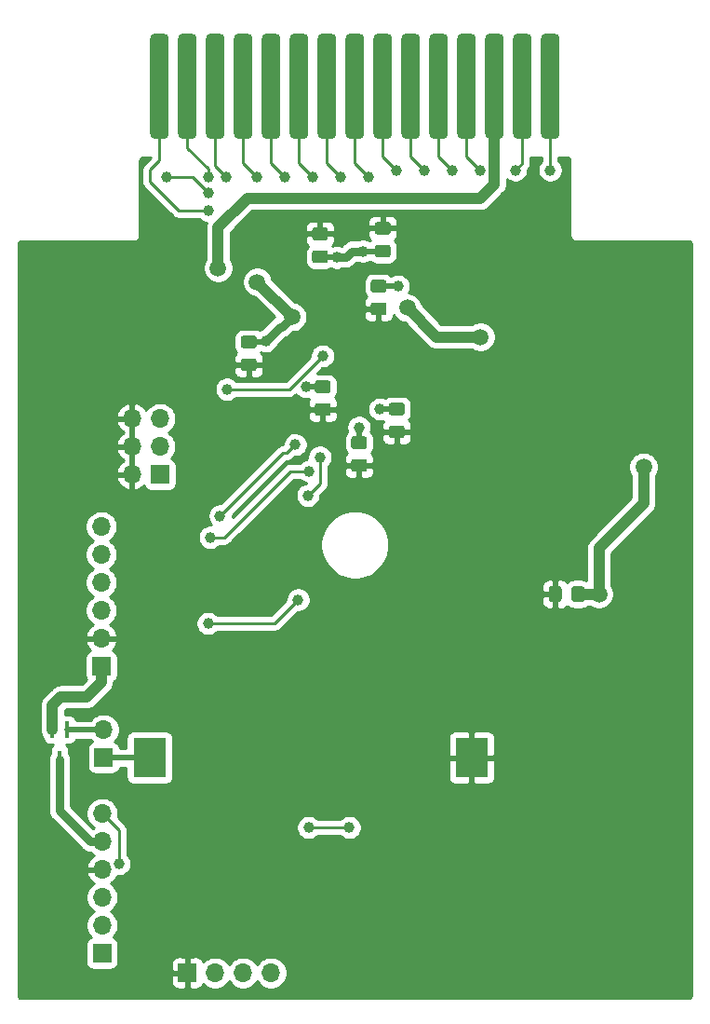
<source format=gbr>
%TF.GenerationSoftware,KiCad,Pcbnew,5.1.10-6.fc33*%
%TF.CreationDate,2021-09-12T19:05:30+02:00*%
%TF.ProjectId,xecar524,78656361-7235-4323-942e-6b696361645f,rev?*%
%TF.SameCoordinates,Original*%
%TF.FileFunction,Copper,L2,Bot*%
%TF.FilePolarity,Positive*%
%FSLAX46Y46*%
G04 Gerber Fmt 4.6, Leading zero omitted, Abs format (unit mm)*
G04 Created by KiCad (PCBNEW 5.1.10-6.fc33) date 2021-09-12 19:05:30*
%MOMM*%
%LPD*%
G01*
G04 APERTURE LIST*
%TA.AperFunction,ComponentPad*%
%ADD10O,1.700000X1.700000*%
%TD*%
%TA.AperFunction,ComponentPad*%
%ADD11R,1.700000X1.700000*%
%TD*%
%TA.AperFunction,SMDPad,CuDef*%
%ADD12R,0.450000X1.500000*%
%TD*%
%TA.AperFunction,SMDPad,CuDef*%
%ADD13R,3.000000X3.600000*%
%TD*%
%TA.AperFunction,ViaPad*%
%ADD14C,1.500000*%
%TD*%
%TA.AperFunction,ViaPad*%
%ADD15C,1.000000*%
%TD*%
%TA.AperFunction,Conductor*%
%ADD16C,1.000000*%
%TD*%
%TA.AperFunction,Conductor*%
%ADD17C,0.254000*%
%TD*%
%TA.AperFunction,Conductor*%
%ADD18C,0.500000*%
%TD*%
%TA.AperFunction,Conductor*%
%ADD19C,0.800000*%
%TD*%
%TA.AperFunction,Conductor*%
%ADD20C,0.100000*%
%TD*%
G04 APERTURE END LIST*
D10*
%TO.P,J4,4*%
%TO.N,TEST2*%
X142367000Y-131064000D03*
%TO.P,J4,3*%
%TO.N,TEST1*%
X139827000Y-131064000D03*
%TO.P,J4,2*%
%TO.N,TEST0*%
X137287000Y-131064000D03*
D11*
%TO.P,J4,1*%
%TO.N,GND*%
X134747000Y-131064000D03*
%TD*%
D10*
%TO.P,J3,6*%
%TO.N,GND*%
X129730500Y-80708500D03*
%TO.P,J3,5*%
%TO.N,CFG0*%
X132270500Y-80708500D03*
%TO.P,J3,4*%
%TO.N,GND*%
X129730500Y-83248500D03*
%TO.P,J3,3*%
%TO.N,CFG1*%
X132270500Y-83248500D03*
%TO.P,J3,2*%
%TO.N,GND*%
X129730500Y-85788500D03*
D11*
%TO.P,J3,1*%
%TO.N,CFG2*%
X132270500Y-85788500D03*
%TD*%
D10*
%TO.P,JP1,2*%
%TO.N,Net-(D4-Pad2)*%
X127127000Y-108966000D03*
D11*
%TO.P,JP1,1*%
%TO.N,Net-(BT1-Pad1)*%
X127127000Y-111506000D03*
%TD*%
D10*
%TO.P,J2,6*%
%TO.N,MCLR*%
X127000000Y-116586000D03*
%TO.P,J2,5*%
%TO.N,VDD*%
X127000000Y-119126000D03*
%TO.P,J2,4*%
%TO.N,GND*%
X127000000Y-121666000D03*
%TO.P,J2,3*%
%TO.N,PGD*%
X127000000Y-124206000D03*
%TO.P,J2,2*%
%TO.N,PGC*%
X127000000Y-126746000D03*
D11*
%TO.P,J2,1*%
%TO.N,Net-(J2-Pad1)*%
X127000000Y-129286000D03*
%TD*%
D12*
%TO.P,D4,3*%
%TO.N,VDD*%
X123126500Y-111629500D03*
%TO.P,D4,2*%
%TO.N,Net-(D4-Pad2)*%
X123776500Y-108969500D03*
%TO.P,D4,1*%
%TO.N,+3V3*%
X122476500Y-108969500D03*
%TD*%
D13*
%TO.P,BT1,1*%
%TO.N,Net-(BT1-Pad1)*%
X131318000Y-111506000D03*
%TO.P,BT1,2*%
%TO.N,GND*%
X160618000Y-111506000D03*
%TD*%
%TO.P,C10,2*%
%TO.N,GND*%
%TA.AperFunction,SMDPad,CuDef*%
G36*
G01*
X149906000Y-84372500D02*
X150856000Y-84372500D01*
G75*
G02*
X151106000Y-84622500I0J-250000D01*
G01*
X151106000Y-85297500D01*
G75*
G02*
X150856000Y-85547500I-250000J0D01*
G01*
X149906000Y-85547500D01*
G75*
G02*
X149656000Y-85297500I0J250000D01*
G01*
X149656000Y-84622500D01*
G75*
G02*
X149906000Y-84372500I250000J0D01*
G01*
G37*
%TD.AperFunction*%
%TO.P,C10,1*%
%TO.N,+3V3*%
%TA.AperFunction,SMDPad,CuDef*%
G36*
G01*
X149906000Y-82297500D02*
X150856000Y-82297500D01*
G75*
G02*
X151106000Y-82547500I0J-250000D01*
G01*
X151106000Y-83222500D01*
G75*
G02*
X150856000Y-83472500I-250000J0D01*
G01*
X149906000Y-83472500D01*
G75*
G02*
X149656000Y-83222500I0J250000D01*
G01*
X149656000Y-82547500D01*
G75*
G02*
X149906000Y-82297500I250000J0D01*
G01*
G37*
%TD.AperFunction*%
%TD*%
%TO.P,C9,2*%
%TO.N,GND*%
%TA.AperFunction,SMDPad,CuDef*%
G36*
G01*
X168819500Y-96172000D02*
X168819500Y-97122000D01*
G75*
G02*
X168569500Y-97372000I-250000J0D01*
G01*
X167894500Y-97372000D01*
G75*
G02*
X167644500Y-97122000I0J250000D01*
G01*
X167644500Y-96172000D01*
G75*
G02*
X167894500Y-95922000I250000J0D01*
G01*
X168569500Y-95922000D01*
G75*
G02*
X168819500Y-96172000I0J-250000D01*
G01*
G37*
%TD.AperFunction*%
%TO.P,C9,1*%
%TO.N,+3V3*%
%TA.AperFunction,SMDPad,CuDef*%
G36*
G01*
X170894500Y-96172000D02*
X170894500Y-97122000D01*
G75*
G02*
X170644500Y-97372000I-250000J0D01*
G01*
X169969500Y-97372000D01*
G75*
G02*
X169719500Y-97122000I0J250000D01*
G01*
X169719500Y-96172000D01*
G75*
G02*
X169969500Y-95922000I250000J0D01*
G01*
X170644500Y-95922000D01*
G75*
G02*
X170894500Y-96172000I0J-250000D01*
G01*
G37*
%TD.AperFunction*%
%TD*%
%TO.P,C8,2*%
%TO.N,GND*%
%TA.AperFunction,SMDPad,CuDef*%
G36*
G01*
X139873000Y-75228500D02*
X140823000Y-75228500D01*
G75*
G02*
X141073000Y-75478500I0J-250000D01*
G01*
X141073000Y-76153500D01*
G75*
G02*
X140823000Y-76403500I-250000J0D01*
G01*
X139873000Y-76403500D01*
G75*
G02*
X139623000Y-76153500I0J250000D01*
G01*
X139623000Y-75478500D01*
G75*
G02*
X139873000Y-75228500I250000J0D01*
G01*
G37*
%TD.AperFunction*%
%TO.P,C8,1*%
%TO.N,+3V3*%
%TA.AperFunction,SMDPad,CuDef*%
G36*
G01*
X139873000Y-73153500D02*
X140823000Y-73153500D01*
G75*
G02*
X141073000Y-73403500I0J-250000D01*
G01*
X141073000Y-74078500D01*
G75*
G02*
X140823000Y-74328500I-250000J0D01*
G01*
X139873000Y-74328500D01*
G75*
G02*
X139623000Y-74078500I0J250000D01*
G01*
X139623000Y-73403500D01*
G75*
G02*
X139873000Y-73153500I250000J0D01*
G01*
G37*
%TD.AperFunction*%
%TD*%
%TO.P,C7,2*%
%TO.N,GND*%
%TA.AperFunction,SMDPad,CuDef*%
G36*
G01*
X153015000Y-63998500D02*
X152065000Y-63998500D01*
G75*
G02*
X151815000Y-63748500I0J250000D01*
G01*
X151815000Y-63073500D01*
G75*
G02*
X152065000Y-62823500I250000J0D01*
G01*
X153015000Y-62823500D01*
G75*
G02*
X153265000Y-63073500I0J-250000D01*
G01*
X153265000Y-63748500D01*
G75*
G02*
X153015000Y-63998500I-250000J0D01*
G01*
G37*
%TD.AperFunction*%
%TO.P,C7,1*%
%TO.N,+3V3*%
%TA.AperFunction,SMDPad,CuDef*%
G36*
G01*
X153015000Y-66073500D02*
X152065000Y-66073500D01*
G75*
G02*
X151815000Y-65823500I0J250000D01*
G01*
X151815000Y-65148500D01*
G75*
G02*
X152065000Y-64898500I250000J0D01*
G01*
X153015000Y-64898500D01*
G75*
G02*
X153265000Y-65148500I0J-250000D01*
G01*
X153265000Y-65823500D01*
G75*
G02*
X153015000Y-66073500I-250000J0D01*
G01*
G37*
%TD.AperFunction*%
%TD*%
D11*
%TO.P,J1,1*%
%TO.N,+3V3*%
X126936500Y-103220000D03*
D10*
%TO.P,J1,2*%
%TO.N,GND*%
X126936500Y-100680000D03*
%TO.P,J1,3*%
%TO.N,Net-(J1-Pad3)*%
X126936500Y-98140000D03*
%TO.P,J1,4*%
%TO.N,Net-(J1-Pad4)*%
X126936500Y-95600000D03*
%TO.P,J1,5*%
%TO.N,Net-(J1-Pad5)*%
X126936500Y-93060000D03*
%TO.P,J1,6*%
%TO.N,Net-(J1-Pad6)*%
X126936500Y-90520000D03*
%TD*%
%TO.P,U2,15*%
%TO.N,CCTL#*%
%TA.AperFunction,SMDPad,CuDef*%
G36*
G01*
X166930000Y-54855000D02*
X166930000Y-46145000D01*
G75*
G02*
X167355000Y-45720000I425000J0D01*
G01*
X168205000Y-45720000D01*
G75*
G02*
X168630000Y-46145000I0J-425000D01*
G01*
X168630000Y-54855000D01*
G75*
G02*
X168205000Y-55280000I-425000J0D01*
G01*
X167355000Y-55280000D01*
G75*
G02*
X166930000Y-54855000I0J425000D01*
G01*
G37*
%TD.AperFunction*%
%TO.P,U2,14*%
%TO.N,RD5*%
%TA.AperFunction,SMDPad,CuDef*%
G36*
G01*
X164390000Y-54855000D02*
X164390000Y-46145000D01*
G75*
G02*
X164815000Y-45720000I425000J0D01*
G01*
X165665000Y-45720000D01*
G75*
G02*
X166090000Y-46145000I0J-425000D01*
G01*
X166090000Y-54855000D01*
G75*
G02*
X165665000Y-55280000I-425000J0D01*
G01*
X164815000Y-55280000D01*
G75*
G02*
X164390000Y-54855000I0J425000D01*
G01*
G37*
%TD.AperFunction*%
%TO.P,U2,13*%
%TO.N,+5V*%
%TA.AperFunction,SMDPad,CuDef*%
G36*
G01*
X161850000Y-54855000D02*
X161850000Y-46145000D01*
G75*
G02*
X162275000Y-45720000I425000J0D01*
G01*
X163125000Y-45720000D01*
G75*
G02*
X163550000Y-46145000I0J-425000D01*
G01*
X163550000Y-54855000D01*
G75*
G02*
X163125000Y-55280000I-425000J0D01*
G01*
X162275000Y-55280000D01*
G75*
G02*
X161850000Y-54855000I0J425000D01*
G01*
G37*
%TD.AperFunction*%
%TO.P,U2,12*%
%TO.N,S5#*%
%TA.AperFunction,SMDPad,CuDef*%
G36*
G01*
X159310000Y-54855000D02*
X159310000Y-46145000D01*
G75*
G02*
X159735000Y-45720000I425000J0D01*
G01*
X160585000Y-45720000D01*
G75*
G02*
X161010000Y-46145000I0J-425000D01*
G01*
X161010000Y-54855000D01*
G75*
G02*
X160585000Y-55280000I-425000J0D01*
G01*
X159735000Y-55280000D01*
G75*
G02*
X159310000Y-54855000I0J425000D01*
G01*
G37*
%TD.AperFunction*%
%TO.P,U2,11*%
%TO.N,CART_D6*%
%TA.AperFunction,SMDPad,CuDef*%
G36*
G01*
X156770000Y-54855000D02*
X156770000Y-46145000D01*
G75*
G02*
X157195000Y-45720000I425000J0D01*
G01*
X158045000Y-45720000D01*
G75*
G02*
X158470000Y-46145000I0J-425000D01*
G01*
X158470000Y-54855000D01*
G75*
G02*
X158045000Y-55280000I-425000J0D01*
G01*
X157195000Y-55280000D01*
G75*
G02*
X156770000Y-54855000I0J425000D01*
G01*
G37*
%TD.AperFunction*%
%TO.P,U2,10*%
%TO.N,CART_D0*%
%TA.AperFunction,SMDPad,CuDef*%
G36*
G01*
X154230000Y-54855000D02*
X154230000Y-46145000D01*
G75*
G02*
X154655000Y-45720000I425000J0D01*
G01*
X155505000Y-45720000D01*
G75*
G02*
X155930000Y-46145000I0J-425000D01*
G01*
X155930000Y-54855000D01*
G75*
G02*
X155505000Y-55280000I-425000J0D01*
G01*
X154655000Y-55280000D01*
G75*
G02*
X154230000Y-54855000I0J425000D01*
G01*
G37*
%TD.AperFunction*%
%TO.P,U2,9*%
%TO.N,CART_D1*%
%TA.AperFunction,SMDPad,CuDef*%
G36*
G01*
X151690000Y-54855000D02*
X151690000Y-46145000D01*
G75*
G02*
X152115000Y-45720000I425000J0D01*
G01*
X152965000Y-45720000D01*
G75*
G02*
X153390000Y-46145000I0J-425000D01*
G01*
X153390000Y-54855000D01*
G75*
G02*
X152965000Y-55280000I-425000J0D01*
G01*
X152115000Y-55280000D01*
G75*
G02*
X151690000Y-54855000I0J425000D01*
G01*
G37*
%TD.AperFunction*%
%TO.P,U2,8*%
%TO.N,CART_D2*%
%TA.AperFunction,SMDPad,CuDef*%
G36*
G01*
X149150000Y-54855000D02*
X149150000Y-46145000D01*
G75*
G02*
X149575000Y-45720000I425000J0D01*
G01*
X150425000Y-45720000D01*
G75*
G02*
X150850000Y-46145000I0J-425000D01*
G01*
X150850000Y-54855000D01*
G75*
G02*
X150425000Y-55280000I-425000J0D01*
G01*
X149575000Y-55280000D01*
G75*
G02*
X149150000Y-54855000I0J425000D01*
G01*
G37*
%TD.AperFunction*%
%TO.P,U2,7*%
%TO.N,CART_D5*%
%TA.AperFunction,SMDPad,CuDef*%
G36*
G01*
X146610000Y-54855000D02*
X146610000Y-46145000D01*
G75*
G02*
X147035000Y-45720000I425000J0D01*
G01*
X147885000Y-45720000D01*
G75*
G02*
X148310000Y-46145000I0J-425000D01*
G01*
X148310000Y-54855000D01*
G75*
G02*
X147885000Y-55280000I-425000J0D01*
G01*
X147035000Y-55280000D01*
G75*
G02*
X146610000Y-54855000I0J425000D01*
G01*
G37*
%TD.AperFunction*%
%TO.P,U2,6*%
%TO.N,CART_D4*%
%TA.AperFunction,SMDPad,CuDef*%
G36*
G01*
X144070000Y-54855000D02*
X144070000Y-46145000D01*
G75*
G02*
X144495000Y-45720000I425000J0D01*
G01*
X145345000Y-45720000D01*
G75*
G02*
X145770000Y-46145000I0J-425000D01*
G01*
X145770000Y-54855000D01*
G75*
G02*
X145345000Y-55280000I-425000J0D01*
G01*
X144495000Y-55280000D01*
G75*
G02*
X144070000Y-54855000I0J425000D01*
G01*
G37*
%TD.AperFunction*%
%TO.P,U2,5*%
%TO.N,CART_A0*%
%TA.AperFunction,SMDPad,CuDef*%
G36*
G01*
X141530000Y-54855000D02*
X141530000Y-46145000D01*
G75*
G02*
X141955000Y-45720000I425000J0D01*
G01*
X142805000Y-45720000D01*
G75*
G02*
X143230000Y-46145000I0J-425000D01*
G01*
X143230000Y-54855000D01*
G75*
G02*
X142805000Y-55280000I-425000J0D01*
G01*
X141955000Y-55280000D01*
G75*
G02*
X141530000Y-54855000I0J425000D01*
G01*
G37*
%TD.AperFunction*%
%TO.P,U2,4*%
%TO.N,CART_A1*%
%TA.AperFunction,SMDPad,CuDef*%
G36*
G01*
X138990000Y-54855000D02*
X138990000Y-46145000D01*
G75*
G02*
X139415000Y-45720000I425000J0D01*
G01*
X140265000Y-45720000D01*
G75*
G02*
X140690000Y-46145000I0J-425000D01*
G01*
X140690000Y-54855000D01*
G75*
G02*
X140265000Y-55280000I-425000J0D01*
G01*
X139415000Y-55280000D01*
G75*
G02*
X138990000Y-54855000I0J425000D01*
G01*
G37*
%TD.AperFunction*%
%TO.P,U2,3*%
%TO.N,CART_A2*%
%TA.AperFunction,SMDPad,CuDef*%
G36*
G01*
X136450000Y-54855000D02*
X136450000Y-46145000D01*
G75*
G02*
X136875000Y-45720000I425000J0D01*
G01*
X137725000Y-45720000D01*
G75*
G02*
X138150000Y-46145000I0J-425000D01*
G01*
X138150000Y-54855000D01*
G75*
G02*
X137725000Y-55280000I-425000J0D01*
G01*
X136875000Y-55280000D01*
G75*
G02*
X136450000Y-54855000I0J425000D01*
G01*
G37*
%TD.AperFunction*%
%TO.P,U2,2*%
%TO.N,CART_A3*%
%TA.AperFunction,SMDPad,CuDef*%
G36*
G01*
X133910000Y-54855000D02*
X133910000Y-46145000D01*
G75*
G02*
X134335000Y-45720000I425000J0D01*
G01*
X135185000Y-45720000D01*
G75*
G02*
X135610000Y-46145000I0J-425000D01*
G01*
X135610000Y-54855000D01*
G75*
G02*
X135185000Y-55280000I-425000J0D01*
G01*
X134335000Y-55280000D01*
G75*
G02*
X133910000Y-54855000I0J425000D01*
G01*
G37*
%TD.AperFunction*%
%TO.P,U2,1*%
%TO.N,S4#*%
%TA.AperFunction,SMDPad,CuDef*%
G36*
G01*
X131370000Y-54855000D02*
X131370000Y-46145000D01*
G75*
G02*
X131795000Y-45720000I425000J0D01*
G01*
X132645000Y-45720000D01*
G75*
G02*
X133070000Y-46145000I0J-425000D01*
G01*
X133070000Y-54855000D01*
G75*
G02*
X132645000Y-55280000I-425000J0D01*
G01*
X131795000Y-55280000D01*
G75*
G02*
X131370000Y-54855000I0J425000D01*
G01*
G37*
%TD.AperFunction*%
%TD*%
%TO.P,C6,2*%
%TO.N,GND*%
%TA.AperFunction,SMDPad,CuDef*%
G36*
G01*
X153335000Y-81324500D02*
X154285000Y-81324500D01*
G75*
G02*
X154535000Y-81574500I0J-250000D01*
G01*
X154535000Y-82249500D01*
G75*
G02*
X154285000Y-82499500I-250000J0D01*
G01*
X153335000Y-82499500D01*
G75*
G02*
X153085000Y-82249500I0J250000D01*
G01*
X153085000Y-81574500D01*
G75*
G02*
X153335000Y-81324500I250000J0D01*
G01*
G37*
%TD.AperFunction*%
%TO.P,C6,1*%
%TO.N,+3V3*%
%TA.AperFunction,SMDPad,CuDef*%
G36*
G01*
X153335000Y-79249500D02*
X154285000Y-79249500D01*
G75*
G02*
X154535000Y-79499500I0J-250000D01*
G01*
X154535000Y-80174500D01*
G75*
G02*
X154285000Y-80424500I-250000J0D01*
G01*
X153335000Y-80424500D01*
G75*
G02*
X153085000Y-80174500I0J250000D01*
G01*
X153085000Y-79499500D01*
G75*
G02*
X153335000Y-79249500I250000J0D01*
G01*
G37*
%TD.AperFunction*%
%TD*%
%TO.P,C5,2*%
%TO.N,GND*%
%TA.AperFunction,SMDPad,CuDef*%
G36*
G01*
X146604000Y-79292500D02*
X147554000Y-79292500D01*
G75*
G02*
X147804000Y-79542500I0J-250000D01*
G01*
X147804000Y-80217500D01*
G75*
G02*
X147554000Y-80467500I-250000J0D01*
G01*
X146604000Y-80467500D01*
G75*
G02*
X146354000Y-80217500I0J250000D01*
G01*
X146354000Y-79542500D01*
G75*
G02*
X146604000Y-79292500I250000J0D01*
G01*
G37*
%TD.AperFunction*%
%TO.P,C5,1*%
%TO.N,+3V3*%
%TA.AperFunction,SMDPad,CuDef*%
G36*
G01*
X146604000Y-77217500D02*
X147554000Y-77217500D01*
G75*
G02*
X147804000Y-77467500I0J-250000D01*
G01*
X147804000Y-78142500D01*
G75*
G02*
X147554000Y-78392500I-250000J0D01*
G01*
X146604000Y-78392500D01*
G75*
G02*
X146354000Y-78142500I0J250000D01*
G01*
X146354000Y-77467500D01*
G75*
G02*
X146604000Y-77217500I250000J0D01*
G01*
G37*
%TD.AperFunction*%
%TD*%
%TO.P,C4,2*%
%TO.N,GND*%
%TA.AperFunction,SMDPad,CuDef*%
G36*
G01*
X147300000Y-64506500D02*
X146350000Y-64506500D01*
G75*
G02*
X146100000Y-64256500I0J250000D01*
G01*
X146100000Y-63581500D01*
G75*
G02*
X146350000Y-63331500I250000J0D01*
G01*
X147300000Y-63331500D01*
G75*
G02*
X147550000Y-63581500I0J-250000D01*
G01*
X147550000Y-64256500D01*
G75*
G02*
X147300000Y-64506500I-250000J0D01*
G01*
G37*
%TD.AperFunction*%
%TO.P,C4,1*%
%TO.N,+3V3*%
%TA.AperFunction,SMDPad,CuDef*%
G36*
G01*
X147300000Y-66581500D02*
X146350000Y-66581500D01*
G75*
G02*
X146100000Y-66331500I0J250000D01*
G01*
X146100000Y-65656500D01*
G75*
G02*
X146350000Y-65406500I250000J0D01*
G01*
X147300000Y-65406500D01*
G75*
G02*
X147550000Y-65656500I0J-250000D01*
G01*
X147550000Y-66331500D01*
G75*
G02*
X147300000Y-66581500I-250000J0D01*
G01*
G37*
%TD.AperFunction*%
%TD*%
%TO.P,C3,2*%
%TO.N,GND*%
%TA.AperFunction,SMDPad,CuDef*%
G36*
G01*
X151684000Y-70148500D02*
X152634000Y-70148500D01*
G75*
G02*
X152884000Y-70398500I0J-250000D01*
G01*
X152884000Y-71073500D01*
G75*
G02*
X152634000Y-71323500I-250000J0D01*
G01*
X151684000Y-71323500D01*
G75*
G02*
X151434000Y-71073500I0J250000D01*
G01*
X151434000Y-70398500D01*
G75*
G02*
X151684000Y-70148500I250000J0D01*
G01*
G37*
%TD.AperFunction*%
%TO.P,C3,1*%
%TO.N,+3V3*%
%TA.AperFunction,SMDPad,CuDef*%
G36*
G01*
X151684000Y-68073500D02*
X152634000Y-68073500D01*
G75*
G02*
X152884000Y-68323500I0J-250000D01*
G01*
X152884000Y-68998500D01*
G75*
G02*
X152634000Y-69248500I-250000J0D01*
G01*
X151684000Y-69248500D01*
G75*
G02*
X151434000Y-68998500I0J250000D01*
G01*
X151434000Y-68323500D01*
G75*
G02*
X151684000Y-68073500I250000J0D01*
G01*
G37*
%TD.AperFunction*%
%TD*%
D14*
%TO.N,+5V*%
X137554000Y-67010000D03*
%TO.N,GND*%
X124000000Y-65500000D03*
X120790000Y-71455000D03*
D15*
X150338206Y-62861795D03*
X161074400Y-75239600D03*
X158458200Y-68153000D03*
X154038600Y-78135200D03*
X156477000Y-75646000D03*
X145148600Y-81767400D03*
X140348000Y-69931000D03*
X179070000Y-76200000D03*
X179070000Y-69850000D03*
X175895000Y-66675000D03*
X170180000Y-67945000D03*
X167005000Y-64135000D03*
X149860000Y-73025000D03*
X153670000Y-73025000D03*
X137795000Y-73025000D03*
X129349500Y-73088500D03*
X128905000Y-69215000D03*
X120396000Y-122809000D03*
X179324000Y-125349000D03*
X179324000Y-115189000D03*
D14*
X143510000Y-107315000D03*
X163195000Y-94107000D03*
D15*
X143404500Y-124841000D03*
X179451000Y-104521000D03*
X169926000Y-105664000D03*
X161417000Y-105664000D03*
X157480000Y-114554000D03*
X149987000Y-101981000D03*
X161925000Y-124206000D03*
X121793000Y-132334000D03*
X151638000Y-131445000D03*
X145161000Y-132207000D03*
X120396000Y-114173000D03*
X120967500Y-102044500D03*
X121158000Y-91948000D03*
X123952000Y-79565500D03*
X142875000Y-101473000D03*
X149479000Y-122555000D03*
X139700000Y-112776000D03*
X144653000Y-112903000D03*
X153797000Y-97790000D03*
X143192500Y-75247500D03*
X147701000Y-88011000D03*
X137668000Y-96774000D03*
X131445000Y-114363500D03*
D14*
X152146000Y-115591500D03*
D15*
X139319000Y-117983000D03*
X148082000Y-107188000D03*
X136398000Y-105410000D03*
%TO.N,+3V3*%
X152286000Y-79837000D03*
X145555000Y-77805000D03*
X141901045Y-73650113D03*
X153937000Y-68661000D03*
X148349000Y-66052146D03*
X150381000Y-81488000D03*
X150762000Y-65486000D03*
D14*
X141110000Y-68280000D03*
X144285000Y-71455000D03*
X154762500Y-70629500D03*
X161417000Y-73279000D03*
X176276000Y-85090000D03*
X172212000Y-96647000D03*
D15*
%TO.N,TCK*%
X146812000Y-84201000D03*
X145732500Y-87693500D03*
X144843500Y-97155000D03*
X136652000Y-99314000D03*
%TO.N,TDO*%
X147079000Y-75011000D03*
X138366500Y-78041500D03*
%TO.N,TDI*%
X144589500Y-83058000D03*
X137731500Y-89535000D03*
%TO.N,TMS*%
X136842500Y-91503500D03*
X145859500Y-85471000D03*
%TO.N,S4#*%
X136665000Y-61803000D03*
%TO.N,RD4*%
X132855000Y-58755000D03*
X136665000Y-60152000D03*
%TO.N,S5#*%
X161430000Y-58120000D03*
%TO.N,RD5*%
X164605000Y-58120000D03*
%TO.N,CCTL#*%
X167780000Y-58120000D03*
%TO.N,CART_D6*%
X158890000Y-58120000D03*
%TO.N,CART_D0*%
X156350000Y-58120000D03*
%TO.N,CART_D1*%
X153810000Y-58120000D03*
%TO.N,CART_D2*%
X151270000Y-58755000D03*
%TO.N,CART_D5*%
X148730000Y-58755000D03*
%TO.N,CART_D4*%
X146190000Y-58755000D03*
%TO.N,CART_A0*%
X143650000Y-58755000D03*
%TO.N,CART_A1*%
X141110000Y-58755000D03*
%TO.N,CART_A2*%
X138316000Y-58755000D03*
%TO.N,CART_A3*%
X136665000Y-58755000D03*
%TO.N,MCLR*%
X128524000Y-121158000D03*
%TO.N,PMCS1*%
X149479000Y-117856000D03*
X145796000Y-117856000D03*
%TD*%
D16*
%TO.N,+5V*%
X162700000Y-59390000D02*
X161430000Y-60660000D01*
X162700000Y-50500000D02*
X162700000Y-59390000D01*
X137554000Y-63327000D02*
X140221000Y-60660000D01*
X161430000Y-60660000D02*
X140221000Y-60660000D01*
X137554000Y-67010000D02*
X137554000Y-63327000D01*
D17*
%TO.N,+3V3*%
X141810158Y-73741000D02*
X141901045Y-73650113D01*
D18*
X140348000Y-73741000D02*
X141810158Y-73741000D01*
X152159000Y-68661000D02*
X153937000Y-68661000D01*
X145555000Y-77805000D02*
X147079000Y-77805000D01*
D17*
X146883146Y-66052146D02*
X146825000Y-65994000D01*
D18*
X148349000Y-66052146D02*
X146883146Y-66052146D01*
X153810000Y-79837000D02*
X152286000Y-79837000D01*
X150381000Y-82885000D02*
X150381000Y-81488000D01*
D17*
X152286000Y-65486000D02*
X152540000Y-65359000D01*
D18*
X150762000Y-65486000D02*
X152286000Y-65486000D01*
D19*
X150762000Y-65486000D02*
X149746000Y-65486000D01*
X149179854Y-66052146D02*
X148349000Y-66052146D01*
X149746000Y-65486000D02*
X149179854Y-66052146D01*
D16*
X141110000Y-68280000D02*
X144285000Y-71455000D01*
D19*
X143207158Y-72344000D02*
X141901045Y-73650113D01*
X143396000Y-72344000D02*
X143207158Y-72344000D01*
X144285000Y-71455000D02*
X143396000Y-72344000D01*
D16*
X157412000Y-73279000D02*
X154762500Y-70629500D01*
X161417000Y-73279000D02*
X157412000Y-73279000D01*
X176276000Y-85090000D02*
X176276000Y-88392000D01*
X176276000Y-88392000D02*
X172212000Y-92456000D01*
X172212000Y-92456000D02*
X172212000Y-96647000D01*
X172212000Y-96647000D02*
X170307000Y-96647000D01*
X126936500Y-103220000D02*
X126936500Y-104648000D01*
X126936500Y-104648000D02*
X125603000Y-105981500D01*
X125603000Y-105981500D02*
X123253500Y-105981500D01*
X122476500Y-106758500D02*
X122476500Y-108969500D01*
X123253500Y-105981500D02*
X122476500Y-106758500D01*
D17*
%TO.N,TCK*%
X146812000Y-85344000D02*
X146812000Y-84201000D01*
X146812000Y-84201000D02*
X146812000Y-86614000D01*
X146812000Y-86614000D02*
X145732500Y-87693500D01*
X136652000Y-99314000D02*
X142684500Y-99314000D01*
X142684500Y-99314000D02*
X144843500Y-97155000D01*
%TO.N,TDO*%
X144048500Y-78041500D02*
X147079000Y-75011000D01*
X138366500Y-78041500D02*
X144048500Y-78041500D01*
%TO.N,TDI*%
X143446500Y-83820000D02*
X143827500Y-83820000D01*
X137731500Y-89535000D02*
X143446500Y-83820000D01*
X143827500Y-83820000D02*
X144589500Y-83058000D01*
%TO.N,TMS*%
X138112500Y-91503500D02*
X136842500Y-91503500D01*
X144145000Y-85471000D02*
X138112500Y-91503500D01*
X145859500Y-85471000D02*
X144145000Y-85471000D01*
%TO.N,S4#*%
X133998000Y-61803000D02*
X131370000Y-59175000D01*
X136665000Y-61803000D02*
X133998000Y-61803000D01*
X131370000Y-59175000D02*
X131370000Y-58114000D01*
X132220000Y-57264000D02*
X131370000Y-58114000D01*
X132220000Y-50500000D02*
X132220000Y-57264000D01*
%TO.N,RD4*%
X135268000Y-58755000D02*
X136665000Y-60152000D01*
X132855000Y-58755000D02*
X135268000Y-58755000D01*
%TO.N,S5#*%
X160160000Y-50500000D02*
X160160000Y-56850000D01*
X160160000Y-56850000D02*
X161430000Y-58120000D01*
%TO.N,RD5*%
X165240000Y-57485000D02*
X164605000Y-58120000D01*
X165240000Y-50500000D02*
X165240000Y-57485000D01*
%TO.N,CCTL#*%
X167780000Y-56850000D02*
X167780000Y-50500000D01*
X167780000Y-58120000D02*
X167780000Y-56850000D01*
%TO.N,CART_D6*%
X157620000Y-50500000D02*
X157620000Y-56850000D01*
X157620000Y-56850000D02*
X158890000Y-58120000D01*
%TO.N,CART_D0*%
X155080000Y-50500000D02*
X155080000Y-56850000D01*
X155080000Y-56850000D02*
X156350000Y-58120000D01*
%TO.N,CART_D1*%
X153810000Y-58120000D02*
X152540000Y-56850000D01*
X152540000Y-56850000D02*
X152540000Y-50500000D01*
%TO.N,CART_D2*%
X150000000Y-50500000D02*
X150000000Y-57485000D01*
X150000000Y-57485000D02*
X151270000Y-58755000D01*
%TO.N,CART_D5*%
X147460000Y-57485000D02*
X147460000Y-50500000D01*
X148730000Y-58755000D02*
X147460000Y-57485000D01*
%TO.N,CART_D4*%
X144920000Y-57485000D02*
X144920000Y-50500000D01*
X146190000Y-58755000D02*
X144920000Y-57485000D01*
%TO.N,CART_A0*%
X142380000Y-57485000D02*
X142380000Y-50500000D01*
X143650000Y-58755000D02*
X142380000Y-57485000D01*
%TO.N,CART_A1*%
X139840000Y-57485000D02*
X139840000Y-50500000D01*
X141110000Y-58755000D02*
X139840000Y-57485000D01*
%TO.N,CART_A2*%
X137300000Y-57739000D02*
X138316000Y-58755000D01*
X137300000Y-50500000D02*
X137300000Y-57739000D01*
%TO.N,CART_A3*%
X136665000Y-57993000D02*
X134760000Y-56088000D01*
X136665000Y-58755000D02*
X136665000Y-57993000D01*
X134760000Y-56088000D02*
X134760000Y-50500000D01*
D19*
%TO.N,VDD*%
X123126500Y-111629500D02*
X123126500Y-116332000D01*
X125920500Y-119126000D02*
X127000000Y-119126000D01*
X123126500Y-116332000D02*
X125920500Y-119126000D01*
D17*
%TO.N,MCLR*%
X127000000Y-116586000D02*
X128524000Y-118110000D01*
X128524000Y-118110000D02*
X128524000Y-121158000D01*
%TO.N,PMCS1*%
X149479000Y-117856000D02*
X145796000Y-117856000D01*
D18*
%TO.N,Net-(BT1-Pad1)*%
X127127000Y-111506000D02*
X131318000Y-111506000D01*
%TO.N,Net-(D4-Pad2)*%
X127127000Y-108966000D02*
X123780000Y-108966000D01*
%TD*%
D17*
%TO.N,GND*%
X130857649Y-57548721D02*
X130828579Y-57572578D01*
X130804722Y-57601648D01*
X130804721Y-57601649D01*
X130733355Y-57688608D01*
X130662599Y-57820985D01*
X130619027Y-57964622D01*
X130604314Y-58114000D01*
X130608001Y-58151433D01*
X130608000Y-59137576D01*
X130604314Y-59175000D01*
X130608000Y-59212423D01*
X130608000Y-59212425D01*
X130619026Y-59324377D01*
X130662598Y-59468014D01*
X130662599Y-59468015D01*
X130733355Y-59600392D01*
X130763080Y-59636612D01*
X130828578Y-59716422D01*
X130857654Y-59740284D01*
X133432721Y-62315352D01*
X133456578Y-62344422D01*
X133572608Y-62439645D01*
X133704985Y-62510402D01*
X133848622Y-62553974D01*
X133960574Y-62565000D01*
X133960576Y-62565000D01*
X133997999Y-62568686D01*
X134035422Y-62565000D01*
X135821868Y-62565000D01*
X135941480Y-62684612D01*
X136127376Y-62808824D01*
X136333933Y-62894383D01*
X136489760Y-62925379D01*
X136435423Y-63104502D01*
X136413509Y-63327000D01*
X136419001Y-63382761D01*
X136419000Y-66215714D01*
X136326629Y-66353957D01*
X136222225Y-66606011D01*
X136169000Y-66873589D01*
X136169000Y-67146411D01*
X136222225Y-67413989D01*
X136326629Y-67666043D01*
X136478201Y-67892886D01*
X136671114Y-68085799D01*
X136897957Y-68237371D01*
X137150011Y-68341775D01*
X137417589Y-68395000D01*
X137690411Y-68395000D01*
X137957989Y-68341775D01*
X138210043Y-68237371D01*
X138436886Y-68085799D01*
X138629799Y-67892886D01*
X138781371Y-67666043D01*
X138885775Y-67413989D01*
X138939000Y-67146411D01*
X138939000Y-66873589D01*
X138885775Y-66606011D01*
X138781371Y-66353957D01*
X138689000Y-66215714D01*
X138689000Y-64506500D01*
X145461928Y-64506500D01*
X145474188Y-64630982D01*
X145510498Y-64750680D01*
X145569463Y-64860994D01*
X145648815Y-64957685D01*
X145728594Y-65023158D01*
X145722038Y-65028538D01*
X145611595Y-65163114D01*
X145529528Y-65316650D01*
X145478992Y-65483246D01*
X145461928Y-65656500D01*
X145461928Y-66331500D01*
X145478992Y-66504754D01*
X145529528Y-66671350D01*
X145611595Y-66824886D01*
X145722038Y-66959462D01*
X145856614Y-67069905D01*
X146010150Y-67151972D01*
X146176746Y-67202508D01*
X146350000Y-67219572D01*
X147300000Y-67219572D01*
X147473254Y-67202508D01*
X147639850Y-67151972D01*
X147793386Y-67069905D01*
X147809476Y-67056700D01*
X147811376Y-67057970D01*
X148017933Y-67143529D01*
X148237212Y-67187146D01*
X148460788Y-67187146D01*
X148680067Y-67143529D01*
X148816187Y-67087146D01*
X149129026Y-67087146D01*
X149179854Y-67092152D01*
X149230682Y-67087146D01*
X149230692Y-67087146D01*
X149382749Y-67072170D01*
X149577847Y-67012987D01*
X149757651Y-66916880D01*
X149915250Y-66787542D01*
X149947661Y-66748049D01*
X150174710Y-66521000D01*
X150294813Y-66521000D01*
X150430933Y-66577383D01*
X150650212Y-66621000D01*
X150873788Y-66621000D01*
X151093067Y-66577383D01*
X151299624Y-66491824D01*
X151409765Y-66418230D01*
X151437038Y-66451462D01*
X151571614Y-66561905D01*
X151725150Y-66643972D01*
X151891746Y-66694508D01*
X152065000Y-66711572D01*
X153015000Y-66711572D01*
X153188254Y-66694508D01*
X153354850Y-66643972D01*
X153508386Y-66561905D01*
X153642962Y-66451462D01*
X153753405Y-66316886D01*
X153835472Y-66163350D01*
X153886008Y-65996754D01*
X153903072Y-65823500D01*
X153903072Y-65148500D01*
X153886008Y-64975246D01*
X153835472Y-64808650D01*
X153753405Y-64655114D01*
X153642962Y-64520538D01*
X153636406Y-64515158D01*
X153716185Y-64449685D01*
X153795537Y-64352994D01*
X153854502Y-64242680D01*
X153890812Y-64122982D01*
X153903072Y-63998500D01*
X153900000Y-63696750D01*
X153741250Y-63538000D01*
X152667000Y-63538000D01*
X152667000Y-63558000D01*
X152413000Y-63558000D01*
X152413000Y-63538000D01*
X151338750Y-63538000D01*
X151180000Y-63696750D01*
X151176928Y-63998500D01*
X151189188Y-64122982D01*
X151225498Y-64242680D01*
X151284463Y-64352994D01*
X151363815Y-64449685D01*
X151443594Y-64515158D01*
X151437038Y-64520538D01*
X151409765Y-64553770D01*
X151299624Y-64480176D01*
X151093067Y-64394617D01*
X150873788Y-64351000D01*
X150650212Y-64351000D01*
X150430933Y-64394617D01*
X150294813Y-64451000D01*
X149796827Y-64451000D01*
X149745999Y-64445994D01*
X149695171Y-64451000D01*
X149695162Y-64451000D01*
X149543105Y-64465976D01*
X149348007Y-64525159D01*
X149168203Y-64621266D01*
X149010604Y-64750604D01*
X148978193Y-64790097D01*
X148770195Y-64998095D01*
X148680067Y-64960763D01*
X148460788Y-64917146D01*
X148237212Y-64917146D01*
X148017933Y-64960763D01*
X147976545Y-64977907D01*
X148001185Y-64957685D01*
X148080537Y-64860994D01*
X148139502Y-64750680D01*
X148175812Y-64630982D01*
X148188072Y-64506500D01*
X148185000Y-64204750D01*
X148026250Y-64046000D01*
X146952000Y-64046000D01*
X146952000Y-64066000D01*
X146698000Y-64066000D01*
X146698000Y-64046000D01*
X145623750Y-64046000D01*
X145465000Y-64204750D01*
X145461928Y-64506500D01*
X138689000Y-64506500D01*
X138689000Y-63797131D01*
X139154631Y-63331500D01*
X145461928Y-63331500D01*
X145465000Y-63633250D01*
X145623750Y-63792000D01*
X146698000Y-63792000D01*
X146698000Y-62855250D01*
X146952000Y-62855250D01*
X146952000Y-63792000D01*
X148026250Y-63792000D01*
X148185000Y-63633250D01*
X148188072Y-63331500D01*
X148175812Y-63207018D01*
X148139502Y-63087320D01*
X148080537Y-62977006D01*
X148001185Y-62880315D01*
X147931956Y-62823500D01*
X151176928Y-62823500D01*
X151180000Y-63125250D01*
X151338750Y-63284000D01*
X152413000Y-63284000D01*
X152413000Y-62347250D01*
X152667000Y-62347250D01*
X152667000Y-63284000D01*
X153741250Y-63284000D01*
X153900000Y-63125250D01*
X153903072Y-62823500D01*
X153890812Y-62699018D01*
X153854502Y-62579320D01*
X153795537Y-62469006D01*
X153716185Y-62372315D01*
X153619494Y-62292963D01*
X153509180Y-62233998D01*
X153389482Y-62197688D01*
X153265000Y-62185428D01*
X152825750Y-62188500D01*
X152667000Y-62347250D01*
X152413000Y-62347250D01*
X152254250Y-62188500D01*
X151815000Y-62185428D01*
X151690518Y-62197688D01*
X151570820Y-62233998D01*
X151460506Y-62292963D01*
X151363815Y-62372315D01*
X151284463Y-62469006D01*
X151225498Y-62579320D01*
X151189188Y-62699018D01*
X151176928Y-62823500D01*
X147931956Y-62823500D01*
X147904494Y-62800963D01*
X147794180Y-62741998D01*
X147674482Y-62705688D01*
X147550000Y-62693428D01*
X147110750Y-62696500D01*
X146952000Y-62855250D01*
X146698000Y-62855250D01*
X146539250Y-62696500D01*
X146100000Y-62693428D01*
X145975518Y-62705688D01*
X145855820Y-62741998D01*
X145745506Y-62800963D01*
X145648815Y-62880315D01*
X145569463Y-62977006D01*
X145510498Y-63087320D01*
X145474188Y-63207018D01*
X145461928Y-63331500D01*
X139154631Y-63331500D01*
X140691133Y-61795000D01*
X161374249Y-61795000D01*
X161430000Y-61800491D01*
X161485751Y-61795000D01*
X161485752Y-61795000D01*
X161652499Y-61778577D01*
X161866447Y-61713676D01*
X162063623Y-61608284D01*
X162236449Y-61466449D01*
X162271996Y-61423135D01*
X163463140Y-60231992D01*
X163506449Y-60196449D01*
X163648284Y-60023623D01*
X163753676Y-59826447D01*
X163803471Y-59662295D01*
X163818577Y-59612500D01*
X163827195Y-59525000D01*
X163835000Y-59445752D01*
X163835000Y-59445745D01*
X163840490Y-59390001D01*
X163835000Y-59334257D01*
X163835000Y-58955132D01*
X163881480Y-59001612D01*
X164067376Y-59125824D01*
X164273933Y-59211383D01*
X164493212Y-59255000D01*
X164716788Y-59255000D01*
X164936067Y-59211383D01*
X165142624Y-59125824D01*
X165328520Y-59001612D01*
X165486612Y-58843520D01*
X165610824Y-58657624D01*
X165696383Y-58451067D01*
X165740000Y-58231788D01*
X165740000Y-58062630D01*
X165752346Y-58050284D01*
X165781422Y-58026422D01*
X165841857Y-57952781D01*
X165876645Y-57910393D01*
X165924434Y-57820985D01*
X165947402Y-57778015D01*
X165990974Y-57634378D01*
X166002000Y-57522426D01*
X166002000Y-57522423D01*
X166005686Y-57485000D01*
X166002000Y-57447577D01*
X166002000Y-56977000D01*
X167018001Y-56977000D01*
X167018001Y-57276867D01*
X166898388Y-57396480D01*
X166774176Y-57582376D01*
X166688617Y-57788933D01*
X166645000Y-58008212D01*
X166645000Y-58231788D01*
X166688617Y-58451067D01*
X166774176Y-58657624D01*
X166898388Y-58843520D01*
X167056480Y-59001612D01*
X167242376Y-59125824D01*
X167448933Y-59211383D01*
X167668212Y-59255000D01*
X167891788Y-59255000D01*
X168111067Y-59211383D01*
X168317624Y-59125824D01*
X168503520Y-59001612D01*
X168661612Y-58843520D01*
X168785824Y-58657624D01*
X168871383Y-58451067D01*
X168915000Y-58231788D01*
X168915000Y-58008212D01*
X168871383Y-57788933D01*
X168785824Y-57582376D01*
X168661612Y-57396480D01*
X168542000Y-57276868D01*
X168542000Y-56977000D01*
X169275008Y-56977000D01*
X169368871Y-56991866D01*
X169444533Y-57030418D01*
X169504582Y-57090467D01*
X169543134Y-57166129D01*
X169558000Y-57259992D01*
X169558000Y-64070000D01*
X169559564Y-64089867D01*
X169579141Y-64213474D01*
X169585427Y-64237563D01*
X169591419Y-64251264D01*
X169648235Y-64362771D01*
X169661658Y-64383739D01*
X169671590Y-64394917D01*
X169760083Y-64483410D01*
X169779329Y-64499204D01*
X169792229Y-64506765D01*
X169903736Y-64563581D01*
X169926920Y-64572655D01*
X169941526Y-64575859D01*
X170065133Y-64595436D01*
X170085000Y-64597000D01*
X180340008Y-64597000D01*
X180433871Y-64611866D01*
X180509533Y-64650418D01*
X180569582Y-64710467D01*
X180608134Y-64786129D01*
X180623000Y-64879992D01*
X180623000Y-133090008D01*
X180608134Y-133183871D01*
X180569582Y-133259533D01*
X180509533Y-133319582D01*
X180433871Y-133358134D01*
X180340008Y-133373000D01*
X119659992Y-133373000D01*
X119566129Y-133358134D01*
X119490467Y-133319582D01*
X119430418Y-133259533D01*
X119391866Y-133183871D01*
X119377000Y-133090008D01*
X119377000Y-131914000D01*
X133258928Y-131914000D01*
X133271188Y-132038482D01*
X133307498Y-132158180D01*
X133366463Y-132268494D01*
X133445815Y-132365185D01*
X133542506Y-132444537D01*
X133652820Y-132503502D01*
X133772518Y-132539812D01*
X133897000Y-132552072D01*
X134461250Y-132549000D01*
X134620000Y-132390250D01*
X134620000Y-131191000D01*
X133420750Y-131191000D01*
X133262000Y-131349750D01*
X133258928Y-131914000D01*
X119377000Y-131914000D01*
X119377000Y-106758500D01*
X121336009Y-106758500D01*
X121341500Y-106814252D01*
X121341501Y-109025252D01*
X121357924Y-109191999D01*
X121422825Y-109405947D01*
X121528217Y-109603123D01*
X121613428Y-109706953D01*
X121613428Y-109719500D01*
X121625688Y-109843982D01*
X121661998Y-109963680D01*
X121720963Y-110073994D01*
X121800315Y-110170685D01*
X121897006Y-110250037D01*
X122007320Y-110309002D01*
X122127018Y-110345312D01*
X122251500Y-110357572D01*
X122536516Y-110357572D01*
X122450315Y-110428315D01*
X122370963Y-110525006D01*
X122311998Y-110635320D01*
X122275688Y-110755018D01*
X122263428Y-110879500D01*
X122263428Y-111049678D01*
X122261766Y-111051703D01*
X122165659Y-111231508D01*
X122106476Y-111426606D01*
X122091500Y-111578663D01*
X122091501Y-116281162D01*
X122086494Y-116332000D01*
X122106477Y-116534895D01*
X122165660Y-116729993D01*
X122261766Y-116909797D01*
X122351517Y-117019158D01*
X122391105Y-117067396D01*
X122430592Y-117099802D01*
X125152697Y-119821908D01*
X125185104Y-119861396D01*
X125224592Y-119893803D01*
X125342702Y-119990734D01*
X125438809Y-120042104D01*
X125522507Y-120086841D01*
X125717605Y-120146024D01*
X125869662Y-120161000D01*
X125869665Y-120161000D01*
X125920500Y-120166007D01*
X125938161Y-120164268D01*
X126053368Y-120279475D01*
X126235534Y-120401195D01*
X126118645Y-120470822D01*
X125902412Y-120665731D01*
X125728359Y-120899080D01*
X125603175Y-121161901D01*
X125558524Y-121309110D01*
X125679845Y-121539000D01*
X126873000Y-121539000D01*
X126873000Y-121519000D01*
X127127000Y-121519000D01*
X127127000Y-121539000D01*
X127147000Y-121539000D01*
X127147000Y-121793000D01*
X127127000Y-121793000D01*
X127127000Y-121813000D01*
X126873000Y-121813000D01*
X126873000Y-121793000D01*
X125679845Y-121793000D01*
X125558524Y-122022890D01*
X125603175Y-122170099D01*
X125728359Y-122432920D01*
X125902412Y-122666269D01*
X126118645Y-122861178D01*
X126235534Y-122930805D01*
X126053368Y-123052525D01*
X125846525Y-123259368D01*
X125684010Y-123502589D01*
X125572068Y-123772842D01*
X125515000Y-124059740D01*
X125515000Y-124352260D01*
X125572068Y-124639158D01*
X125684010Y-124909411D01*
X125846525Y-125152632D01*
X126053368Y-125359475D01*
X126227760Y-125476000D01*
X126053368Y-125592525D01*
X125846525Y-125799368D01*
X125684010Y-126042589D01*
X125572068Y-126312842D01*
X125515000Y-126599740D01*
X125515000Y-126892260D01*
X125572068Y-127179158D01*
X125684010Y-127449411D01*
X125846525Y-127692632D01*
X125978380Y-127824487D01*
X125905820Y-127846498D01*
X125795506Y-127905463D01*
X125698815Y-127984815D01*
X125619463Y-128081506D01*
X125560498Y-128191820D01*
X125524188Y-128311518D01*
X125511928Y-128436000D01*
X125511928Y-130136000D01*
X125524188Y-130260482D01*
X125560498Y-130380180D01*
X125619463Y-130490494D01*
X125698815Y-130587185D01*
X125795506Y-130666537D01*
X125905820Y-130725502D01*
X126025518Y-130761812D01*
X126150000Y-130774072D01*
X127850000Y-130774072D01*
X127974482Y-130761812D01*
X128094180Y-130725502D01*
X128204494Y-130666537D01*
X128301185Y-130587185D01*
X128380537Y-130490494D01*
X128439502Y-130380180D01*
X128475812Y-130260482D01*
X128480389Y-130214000D01*
X133258928Y-130214000D01*
X133262000Y-130778250D01*
X133420750Y-130937000D01*
X134620000Y-130937000D01*
X134620000Y-129737750D01*
X134874000Y-129737750D01*
X134874000Y-130937000D01*
X134894000Y-130937000D01*
X134894000Y-131191000D01*
X134874000Y-131191000D01*
X134874000Y-132390250D01*
X135032750Y-132549000D01*
X135597000Y-132552072D01*
X135721482Y-132539812D01*
X135841180Y-132503502D01*
X135951494Y-132444537D01*
X136048185Y-132365185D01*
X136127537Y-132268494D01*
X136186502Y-132158180D01*
X136208513Y-132085620D01*
X136340368Y-132217475D01*
X136583589Y-132379990D01*
X136853842Y-132491932D01*
X137140740Y-132549000D01*
X137433260Y-132549000D01*
X137720158Y-132491932D01*
X137990411Y-132379990D01*
X138233632Y-132217475D01*
X138440475Y-132010632D01*
X138557000Y-131836240D01*
X138673525Y-132010632D01*
X138880368Y-132217475D01*
X139123589Y-132379990D01*
X139393842Y-132491932D01*
X139680740Y-132549000D01*
X139973260Y-132549000D01*
X140260158Y-132491932D01*
X140530411Y-132379990D01*
X140773632Y-132217475D01*
X140980475Y-132010632D01*
X141097000Y-131836240D01*
X141213525Y-132010632D01*
X141420368Y-132217475D01*
X141663589Y-132379990D01*
X141933842Y-132491932D01*
X142220740Y-132549000D01*
X142513260Y-132549000D01*
X142800158Y-132491932D01*
X143070411Y-132379990D01*
X143313632Y-132217475D01*
X143520475Y-132010632D01*
X143682990Y-131767411D01*
X143794932Y-131497158D01*
X143852000Y-131210260D01*
X143852000Y-130917740D01*
X143794932Y-130630842D01*
X143682990Y-130360589D01*
X143520475Y-130117368D01*
X143313632Y-129910525D01*
X143070411Y-129748010D01*
X142800158Y-129636068D01*
X142513260Y-129579000D01*
X142220740Y-129579000D01*
X141933842Y-129636068D01*
X141663589Y-129748010D01*
X141420368Y-129910525D01*
X141213525Y-130117368D01*
X141097000Y-130291760D01*
X140980475Y-130117368D01*
X140773632Y-129910525D01*
X140530411Y-129748010D01*
X140260158Y-129636068D01*
X139973260Y-129579000D01*
X139680740Y-129579000D01*
X139393842Y-129636068D01*
X139123589Y-129748010D01*
X138880368Y-129910525D01*
X138673525Y-130117368D01*
X138557000Y-130291760D01*
X138440475Y-130117368D01*
X138233632Y-129910525D01*
X137990411Y-129748010D01*
X137720158Y-129636068D01*
X137433260Y-129579000D01*
X137140740Y-129579000D01*
X136853842Y-129636068D01*
X136583589Y-129748010D01*
X136340368Y-129910525D01*
X136208513Y-130042380D01*
X136186502Y-129969820D01*
X136127537Y-129859506D01*
X136048185Y-129762815D01*
X135951494Y-129683463D01*
X135841180Y-129624498D01*
X135721482Y-129588188D01*
X135597000Y-129575928D01*
X135032750Y-129579000D01*
X134874000Y-129737750D01*
X134620000Y-129737750D01*
X134461250Y-129579000D01*
X133897000Y-129575928D01*
X133772518Y-129588188D01*
X133652820Y-129624498D01*
X133542506Y-129683463D01*
X133445815Y-129762815D01*
X133366463Y-129859506D01*
X133307498Y-129969820D01*
X133271188Y-130089518D01*
X133258928Y-130214000D01*
X128480389Y-130214000D01*
X128488072Y-130136000D01*
X128488072Y-128436000D01*
X128475812Y-128311518D01*
X128439502Y-128191820D01*
X128380537Y-128081506D01*
X128301185Y-127984815D01*
X128204494Y-127905463D01*
X128094180Y-127846498D01*
X128021620Y-127824487D01*
X128153475Y-127692632D01*
X128315990Y-127449411D01*
X128427932Y-127179158D01*
X128485000Y-126892260D01*
X128485000Y-126599740D01*
X128427932Y-126312842D01*
X128315990Y-126042589D01*
X128153475Y-125799368D01*
X127946632Y-125592525D01*
X127772240Y-125476000D01*
X127946632Y-125359475D01*
X128153475Y-125152632D01*
X128315990Y-124909411D01*
X128427932Y-124639158D01*
X128485000Y-124352260D01*
X128485000Y-124059740D01*
X128427932Y-123772842D01*
X128315990Y-123502589D01*
X128153475Y-123259368D01*
X127946632Y-123052525D01*
X127764466Y-122930805D01*
X127881355Y-122861178D01*
X128097588Y-122666269D01*
X128271641Y-122432920D01*
X128344684Y-122279568D01*
X128412212Y-122293000D01*
X128635788Y-122293000D01*
X128855067Y-122249383D01*
X129061624Y-122163824D01*
X129247520Y-122039612D01*
X129405612Y-121881520D01*
X129529824Y-121695624D01*
X129615383Y-121489067D01*
X129659000Y-121269788D01*
X129659000Y-121046212D01*
X129615383Y-120826933D01*
X129529824Y-120620376D01*
X129405612Y-120434480D01*
X129286000Y-120314868D01*
X129286000Y-118147422D01*
X129289686Y-118109999D01*
X129280224Y-118013932D01*
X129274974Y-117960622D01*
X129231402Y-117816985D01*
X129192505Y-117744212D01*
X144661000Y-117744212D01*
X144661000Y-117967788D01*
X144704617Y-118187067D01*
X144790176Y-118393624D01*
X144914388Y-118579520D01*
X145072480Y-118737612D01*
X145258376Y-118861824D01*
X145464933Y-118947383D01*
X145684212Y-118991000D01*
X145907788Y-118991000D01*
X146127067Y-118947383D01*
X146333624Y-118861824D01*
X146519520Y-118737612D01*
X146639132Y-118618000D01*
X148635868Y-118618000D01*
X148755480Y-118737612D01*
X148941376Y-118861824D01*
X149147933Y-118947383D01*
X149367212Y-118991000D01*
X149590788Y-118991000D01*
X149810067Y-118947383D01*
X150016624Y-118861824D01*
X150202520Y-118737612D01*
X150360612Y-118579520D01*
X150484824Y-118393624D01*
X150570383Y-118187067D01*
X150614000Y-117967788D01*
X150614000Y-117744212D01*
X150570383Y-117524933D01*
X150484824Y-117318376D01*
X150360612Y-117132480D01*
X150202520Y-116974388D01*
X150016624Y-116850176D01*
X149810067Y-116764617D01*
X149590788Y-116721000D01*
X149367212Y-116721000D01*
X149147933Y-116764617D01*
X148941376Y-116850176D01*
X148755480Y-116974388D01*
X148635868Y-117094000D01*
X146639132Y-117094000D01*
X146519520Y-116974388D01*
X146333624Y-116850176D01*
X146127067Y-116764617D01*
X145907788Y-116721000D01*
X145684212Y-116721000D01*
X145464933Y-116764617D01*
X145258376Y-116850176D01*
X145072480Y-116974388D01*
X144914388Y-117132480D01*
X144790176Y-117318376D01*
X144704617Y-117524933D01*
X144661000Y-117744212D01*
X129192505Y-117744212D01*
X129160645Y-117684608D01*
X129065422Y-117568578D01*
X129036353Y-117544722D01*
X128441679Y-116950048D01*
X128485000Y-116732260D01*
X128485000Y-116439740D01*
X128427932Y-116152842D01*
X128315990Y-115882589D01*
X128153475Y-115639368D01*
X127946632Y-115432525D01*
X127703411Y-115270010D01*
X127433158Y-115158068D01*
X127146260Y-115101000D01*
X126853740Y-115101000D01*
X126566842Y-115158068D01*
X126296589Y-115270010D01*
X126053368Y-115432525D01*
X125846525Y-115639368D01*
X125684010Y-115882589D01*
X125572068Y-116152842D01*
X125515000Y-116439740D01*
X125515000Y-116732260D01*
X125572068Y-117019158D01*
X125684010Y-117289411D01*
X125846525Y-117532632D01*
X126053368Y-117739475D01*
X126227760Y-117856000D01*
X126159692Y-117901481D01*
X124161500Y-115903290D01*
X124161500Y-111578662D01*
X124146524Y-111426605D01*
X124087341Y-111231507D01*
X123991234Y-111051703D01*
X123989572Y-111049678D01*
X123989572Y-110879500D01*
X123977312Y-110755018D01*
X123941002Y-110635320D01*
X123882037Y-110525006D01*
X123802685Y-110428315D01*
X123716484Y-110357572D01*
X124001500Y-110357572D01*
X124125982Y-110345312D01*
X124245680Y-110309002D01*
X124355994Y-110250037D01*
X124452685Y-110170685D01*
X124532037Y-110073994D01*
X124591002Y-109963680D01*
X124625183Y-109851000D01*
X125932344Y-109851000D01*
X125973525Y-109912632D01*
X126105380Y-110044487D01*
X126032820Y-110066498D01*
X125922506Y-110125463D01*
X125825815Y-110204815D01*
X125746463Y-110301506D01*
X125687498Y-110411820D01*
X125651188Y-110531518D01*
X125638928Y-110656000D01*
X125638928Y-112356000D01*
X125651188Y-112480482D01*
X125687498Y-112600180D01*
X125746463Y-112710494D01*
X125825815Y-112807185D01*
X125922506Y-112886537D01*
X126032820Y-112945502D01*
X126152518Y-112981812D01*
X126277000Y-112994072D01*
X127977000Y-112994072D01*
X128101482Y-112981812D01*
X128221180Y-112945502D01*
X128331494Y-112886537D01*
X128428185Y-112807185D01*
X128507537Y-112710494D01*
X128566502Y-112600180D01*
X128602812Y-112480482D01*
X128611625Y-112391000D01*
X129179928Y-112391000D01*
X129179928Y-113306000D01*
X129192188Y-113430482D01*
X129228498Y-113550180D01*
X129287463Y-113660494D01*
X129366815Y-113757185D01*
X129463506Y-113836537D01*
X129573820Y-113895502D01*
X129693518Y-113931812D01*
X129818000Y-113944072D01*
X132818000Y-113944072D01*
X132942482Y-113931812D01*
X133062180Y-113895502D01*
X133172494Y-113836537D01*
X133269185Y-113757185D01*
X133348537Y-113660494D01*
X133407502Y-113550180D01*
X133443812Y-113430482D01*
X133456072Y-113306000D01*
X158479928Y-113306000D01*
X158492188Y-113430482D01*
X158528498Y-113550180D01*
X158587463Y-113660494D01*
X158666815Y-113757185D01*
X158763506Y-113836537D01*
X158873820Y-113895502D01*
X158993518Y-113931812D01*
X159118000Y-113944072D01*
X160332250Y-113941000D01*
X160491000Y-113782250D01*
X160491000Y-111633000D01*
X160745000Y-111633000D01*
X160745000Y-113782250D01*
X160903750Y-113941000D01*
X162118000Y-113944072D01*
X162242482Y-113931812D01*
X162362180Y-113895502D01*
X162472494Y-113836537D01*
X162569185Y-113757185D01*
X162648537Y-113660494D01*
X162707502Y-113550180D01*
X162743812Y-113430482D01*
X162756072Y-113306000D01*
X162753000Y-111791750D01*
X162594250Y-111633000D01*
X160745000Y-111633000D01*
X160491000Y-111633000D01*
X158641750Y-111633000D01*
X158483000Y-111791750D01*
X158479928Y-113306000D01*
X133456072Y-113306000D01*
X133456072Y-109706000D01*
X158479928Y-109706000D01*
X158483000Y-111220250D01*
X158641750Y-111379000D01*
X160491000Y-111379000D01*
X160491000Y-109229750D01*
X160745000Y-109229750D01*
X160745000Y-111379000D01*
X162594250Y-111379000D01*
X162753000Y-111220250D01*
X162756072Y-109706000D01*
X162743812Y-109581518D01*
X162707502Y-109461820D01*
X162648537Y-109351506D01*
X162569185Y-109254815D01*
X162472494Y-109175463D01*
X162362180Y-109116498D01*
X162242482Y-109080188D01*
X162118000Y-109067928D01*
X160903750Y-109071000D01*
X160745000Y-109229750D01*
X160491000Y-109229750D01*
X160332250Y-109071000D01*
X159118000Y-109067928D01*
X158993518Y-109080188D01*
X158873820Y-109116498D01*
X158763506Y-109175463D01*
X158666815Y-109254815D01*
X158587463Y-109351506D01*
X158528498Y-109461820D01*
X158492188Y-109581518D01*
X158479928Y-109706000D01*
X133456072Y-109706000D01*
X133443812Y-109581518D01*
X133407502Y-109461820D01*
X133348537Y-109351506D01*
X133269185Y-109254815D01*
X133172494Y-109175463D01*
X133062180Y-109116498D01*
X132942482Y-109080188D01*
X132818000Y-109067928D01*
X129818000Y-109067928D01*
X129693518Y-109080188D01*
X129573820Y-109116498D01*
X129463506Y-109175463D01*
X129366815Y-109254815D01*
X129287463Y-109351506D01*
X129228498Y-109461820D01*
X129192188Y-109581518D01*
X129179928Y-109706000D01*
X129179928Y-110621000D01*
X128611625Y-110621000D01*
X128602812Y-110531518D01*
X128566502Y-110411820D01*
X128507537Y-110301506D01*
X128428185Y-110204815D01*
X128331494Y-110125463D01*
X128221180Y-110066498D01*
X128148620Y-110044487D01*
X128280475Y-109912632D01*
X128442990Y-109669411D01*
X128554932Y-109399158D01*
X128612000Y-109112260D01*
X128612000Y-108819740D01*
X128554932Y-108532842D01*
X128442990Y-108262589D01*
X128280475Y-108019368D01*
X128073632Y-107812525D01*
X127830411Y-107650010D01*
X127560158Y-107538068D01*
X127273260Y-107481000D01*
X126980740Y-107481000D01*
X126693842Y-107538068D01*
X126423589Y-107650010D01*
X126180368Y-107812525D01*
X125973525Y-108019368D01*
X125932344Y-108081000D01*
X124623060Y-108081000D01*
X124591002Y-107975320D01*
X124532037Y-107865006D01*
X124452685Y-107768315D01*
X124355994Y-107688963D01*
X124245680Y-107629998D01*
X124125982Y-107593688D01*
X124001500Y-107581428D01*
X123611500Y-107581428D01*
X123611500Y-107228631D01*
X123723632Y-107116500D01*
X125547249Y-107116500D01*
X125603000Y-107121991D01*
X125658751Y-107116500D01*
X125658752Y-107116500D01*
X125825499Y-107100077D01*
X126039447Y-107035176D01*
X126236623Y-106929784D01*
X126409449Y-106787949D01*
X126444996Y-106744635D01*
X127699640Y-105489992D01*
X127742949Y-105454449D01*
X127884784Y-105281623D01*
X127990176Y-105084447D01*
X128055077Y-104870499D01*
X128071500Y-104703752D01*
X128076991Y-104648000D01*
X128075751Y-104635411D01*
X128140994Y-104600537D01*
X128237685Y-104521185D01*
X128317037Y-104424494D01*
X128376002Y-104314180D01*
X128412312Y-104194482D01*
X128424572Y-104070000D01*
X128424572Y-102370000D01*
X128412312Y-102245518D01*
X128376002Y-102125820D01*
X128317037Y-102015506D01*
X128237685Y-101918815D01*
X128140994Y-101839463D01*
X128030680Y-101780498D01*
X127950034Y-101756034D01*
X128034088Y-101680269D01*
X128208141Y-101446920D01*
X128333325Y-101184099D01*
X128377976Y-101036890D01*
X128256655Y-100807000D01*
X127063500Y-100807000D01*
X127063500Y-100827000D01*
X126809500Y-100827000D01*
X126809500Y-100807000D01*
X125616345Y-100807000D01*
X125495024Y-101036890D01*
X125539675Y-101184099D01*
X125664859Y-101446920D01*
X125838912Y-101680269D01*
X125922966Y-101756034D01*
X125842320Y-101780498D01*
X125732006Y-101839463D01*
X125635315Y-101918815D01*
X125555963Y-102015506D01*
X125496998Y-102125820D01*
X125460688Y-102245518D01*
X125448428Y-102370000D01*
X125448428Y-104070000D01*
X125460688Y-104194482D01*
X125496998Y-104314180D01*
X125555584Y-104423785D01*
X125132869Y-104846500D01*
X123309251Y-104846500D01*
X123253500Y-104841009D01*
X123197748Y-104846500D01*
X123031001Y-104862923D01*
X122817053Y-104927824D01*
X122619877Y-105033216D01*
X122447051Y-105175051D01*
X122411511Y-105218357D01*
X121713364Y-105916505D01*
X121670051Y-105952051D01*
X121528216Y-106124877D01*
X121422825Y-106322053D01*
X121422824Y-106322054D01*
X121357923Y-106536002D01*
X121336009Y-106758500D01*
X119377000Y-106758500D01*
X119377000Y-90373740D01*
X125451500Y-90373740D01*
X125451500Y-90666260D01*
X125508568Y-90953158D01*
X125620510Y-91223411D01*
X125783025Y-91466632D01*
X125989868Y-91673475D01*
X126164260Y-91790000D01*
X125989868Y-91906525D01*
X125783025Y-92113368D01*
X125620510Y-92356589D01*
X125508568Y-92626842D01*
X125451500Y-92913740D01*
X125451500Y-93206260D01*
X125508568Y-93493158D01*
X125620510Y-93763411D01*
X125783025Y-94006632D01*
X125989868Y-94213475D01*
X126164260Y-94330000D01*
X125989868Y-94446525D01*
X125783025Y-94653368D01*
X125620510Y-94896589D01*
X125508568Y-95166842D01*
X125451500Y-95453740D01*
X125451500Y-95746260D01*
X125508568Y-96033158D01*
X125620510Y-96303411D01*
X125783025Y-96546632D01*
X125989868Y-96753475D01*
X126164260Y-96870000D01*
X125989868Y-96986525D01*
X125783025Y-97193368D01*
X125620510Y-97436589D01*
X125508568Y-97706842D01*
X125451500Y-97993740D01*
X125451500Y-98286260D01*
X125508568Y-98573158D01*
X125620510Y-98843411D01*
X125783025Y-99086632D01*
X125989868Y-99293475D01*
X126172034Y-99415195D01*
X126055145Y-99484822D01*
X125838912Y-99679731D01*
X125664859Y-99913080D01*
X125539675Y-100175901D01*
X125495024Y-100323110D01*
X125616345Y-100553000D01*
X126809500Y-100553000D01*
X126809500Y-100533000D01*
X127063500Y-100533000D01*
X127063500Y-100553000D01*
X128256655Y-100553000D01*
X128377976Y-100323110D01*
X128333325Y-100175901D01*
X128208141Y-99913080D01*
X128034088Y-99679731D01*
X127817855Y-99484822D01*
X127700966Y-99415195D01*
X127883132Y-99293475D01*
X127974395Y-99202212D01*
X135517000Y-99202212D01*
X135517000Y-99425788D01*
X135560617Y-99645067D01*
X135646176Y-99851624D01*
X135770388Y-100037520D01*
X135928480Y-100195612D01*
X136114376Y-100319824D01*
X136320933Y-100405383D01*
X136540212Y-100449000D01*
X136763788Y-100449000D01*
X136983067Y-100405383D01*
X137189624Y-100319824D01*
X137375520Y-100195612D01*
X137495132Y-100076000D01*
X142647077Y-100076000D01*
X142684500Y-100079686D01*
X142721923Y-100076000D01*
X142721926Y-100076000D01*
X142833878Y-100064974D01*
X142977515Y-100021402D01*
X143109892Y-99950645D01*
X143225922Y-99855422D01*
X143249784Y-99826346D01*
X144786131Y-98290000D01*
X144955288Y-98290000D01*
X145174567Y-98246383D01*
X145381124Y-98160824D01*
X145567020Y-98036612D01*
X145725112Y-97878520D01*
X145849324Y-97692624D01*
X145934883Y-97486067D01*
X145957572Y-97372000D01*
X167006428Y-97372000D01*
X167018688Y-97496482D01*
X167054998Y-97616180D01*
X167113963Y-97726494D01*
X167193315Y-97823185D01*
X167290006Y-97902537D01*
X167400320Y-97961502D01*
X167520018Y-97997812D01*
X167644500Y-98010072D01*
X167946250Y-98007000D01*
X168105000Y-97848250D01*
X168105000Y-96774000D01*
X167168250Y-96774000D01*
X167009500Y-96932750D01*
X167006428Y-97372000D01*
X145957572Y-97372000D01*
X145978500Y-97266788D01*
X145978500Y-97043212D01*
X145934883Y-96823933D01*
X145849324Y-96617376D01*
X145725112Y-96431480D01*
X145567020Y-96273388D01*
X145381124Y-96149176D01*
X145174567Y-96063617D01*
X144955288Y-96020000D01*
X144731712Y-96020000D01*
X144512433Y-96063617D01*
X144305876Y-96149176D01*
X144119980Y-96273388D01*
X143961888Y-96431480D01*
X143837676Y-96617376D01*
X143752117Y-96823933D01*
X143708500Y-97043212D01*
X143708500Y-97212369D01*
X142368870Y-98552000D01*
X137495132Y-98552000D01*
X137375520Y-98432388D01*
X137189624Y-98308176D01*
X136983067Y-98222617D01*
X136763788Y-98179000D01*
X136540212Y-98179000D01*
X136320933Y-98222617D01*
X136114376Y-98308176D01*
X135928480Y-98432388D01*
X135770388Y-98590480D01*
X135646176Y-98776376D01*
X135560617Y-98982933D01*
X135517000Y-99202212D01*
X127974395Y-99202212D01*
X128089975Y-99086632D01*
X128252490Y-98843411D01*
X128364432Y-98573158D01*
X128421500Y-98286260D01*
X128421500Y-97993740D01*
X128364432Y-97706842D01*
X128252490Y-97436589D01*
X128089975Y-97193368D01*
X127883132Y-96986525D01*
X127708740Y-96870000D01*
X127883132Y-96753475D01*
X128089975Y-96546632D01*
X128252490Y-96303411D01*
X128364432Y-96033158D01*
X128386542Y-95922000D01*
X167006428Y-95922000D01*
X167009500Y-96361250D01*
X167168250Y-96520000D01*
X168105000Y-96520000D01*
X168105000Y-95445750D01*
X168359000Y-95445750D01*
X168359000Y-96520000D01*
X168379000Y-96520000D01*
X168379000Y-96774000D01*
X168359000Y-96774000D01*
X168359000Y-97848250D01*
X168517750Y-98007000D01*
X168819500Y-98010072D01*
X168943982Y-97997812D01*
X169063680Y-97961502D01*
X169173994Y-97902537D01*
X169270685Y-97823185D01*
X169336158Y-97743406D01*
X169341538Y-97749962D01*
X169476114Y-97860405D01*
X169629650Y-97942472D01*
X169796246Y-97993008D01*
X169969500Y-98010072D01*
X170644500Y-98010072D01*
X170817754Y-97993008D01*
X170984350Y-97942472D01*
X171137886Y-97860405D01*
X171233423Y-97782000D01*
X171417714Y-97782000D01*
X171555957Y-97874371D01*
X171808011Y-97978775D01*
X172075589Y-98032000D01*
X172348411Y-98032000D01*
X172615989Y-97978775D01*
X172868043Y-97874371D01*
X173094886Y-97722799D01*
X173287799Y-97529886D01*
X173439371Y-97303043D01*
X173543775Y-97050989D01*
X173597000Y-96783411D01*
X173597000Y-96510589D01*
X173543775Y-96243011D01*
X173439371Y-95990957D01*
X173347000Y-95852714D01*
X173347000Y-92926131D01*
X177039141Y-89233991D01*
X177082449Y-89198449D01*
X177224284Y-89025623D01*
X177329676Y-88828447D01*
X177394577Y-88614499D01*
X177411000Y-88447752D01*
X177416491Y-88392000D01*
X177411000Y-88336249D01*
X177411000Y-85884286D01*
X177503371Y-85746043D01*
X177607775Y-85493989D01*
X177661000Y-85226411D01*
X177661000Y-84953589D01*
X177607775Y-84686011D01*
X177503371Y-84433957D01*
X177351799Y-84207114D01*
X177158886Y-84014201D01*
X176932043Y-83862629D01*
X176679989Y-83758225D01*
X176412411Y-83705000D01*
X176139589Y-83705000D01*
X175872011Y-83758225D01*
X175619957Y-83862629D01*
X175393114Y-84014201D01*
X175200201Y-84207114D01*
X175048629Y-84433957D01*
X174944225Y-84686011D01*
X174891000Y-84953589D01*
X174891000Y-85226411D01*
X174944225Y-85493989D01*
X175048629Y-85746043D01*
X175141000Y-85884286D01*
X175141001Y-87921867D01*
X171448865Y-91614004D01*
X171405551Y-91649551D01*
X171263716Y-91822377D01*
X171166103Y-92005000D01*
X171158324Y-92019554D01*
X171093423Y-92233502D01*
X171071509Y-92456000D01*
X171077000Y-92511752D01*
X171077001Y-95401051D01*
X170984350Y-95351528D01*
X170817754Y-95300992D01*
X170644500Y-95283928D01*
X169969500Y-95283928D01*
X169796246Y-95300992D01*
X169629650Y-95351528D01*
X169476114Y-95433595D01*
X169341538Y-95544038D01*
X169336158Y-95550594D01*
X169270685Y-95470815D01*
X169173994Y-95391463D01*
X169063680Y-95332498D01*
X168943982Y-95296188D01*
X168819500Y-95283928D01*
X168517750Y-95287000D01*
X168359000Y-95445750D01*
X168105000Y-95445750D01*
X167946250Y-95287000D01*
X167644500Y-95283928D01*
X167520018Y-95296188D01*
X167400320Y-95332498D01*
X167290006Y-95391463D01*
X167193315Y-95470815D01*
X167113963Y-95567506D01*
X167054998Y-95677820D01*
X167018688Y-95797518D01*
X167006428Y-95922000D01*
X128386542Y-95922000D01*
X128421500Y-95746260D01*
X128421500Y-95453740D01*
X128364432Y-95166842D01*
X128252490Y-94896589D01*
X128089975Y-94653368D01*
X127883132Y-94446525D01*
X127708740Y-94330000D01*
X127883132Y-94213475D01*
X128089975Y-94006632D01*
X128252490Y-93763411D01*
X128364432Y-93493158D01*
X128421500Y-93206260D01*
X128421500Y-92913740D01*
X128364432Y-92626842D01*
X128252490Y-92356589D01*
X128089975Y-92113368D01*
X127883132Y-91906525D01*
X127708740Y-91790000D01*
X127883132Y-91673475D01*
X128089975Y-91466632D01*
X128140034Y-91391712D01*
X135707500Y-91391712D01*
X135707500Y-91615288D01*
X135751117Y-91834567D01*
X135836676Y-92041124D01*
X135960888Y-92227020D01*
X136118980Y-92385112D01*
X136304876Y-92509324D01*
X136511433Y-92594883D01*
X136730712Y-92638500D01*
X136954288Y-92638500D01*
X137173567Y-92594883D01*
X137380124Y-92509324D01*
X137566020Y-92385112D01*
X137685632Y-92265500D01*
X138075077Y-92265500D01*
X138112500Y-92269186D01*
X138149923Y-92265500D01*
X138149926Y-92265500D01*
X138261878Y-92254474D01*
X138405515Y-92210902D01*
X138537892Y-92140145D01*
X138653922Y-92044922D01*
X138677784Y-92015846D01*
X138828401Y-91865229D01*
X146865000Y-91865229D01*
X146865000Y-92482771D01*
X146985476Y-93088446D01*
X147221799Y-93658979D01*
X147564886Y-94172446D01*
X148001554Y-94609114D01*
X148515021Y-94952201D01*
X149085554Y-95188524D01*
X149691229Y-95309000D01*
X150308771Y-95309000D01*
X150914446Y-95188524D01*
X151484979Y-94952201D01*
X151998446Y-94609114D01*
X152435114Y-94172446D01*
X152778201Y-93658979D01*
X153014524Y-93088446D01*
X153135000Y-92482771D01*
X153135000Y-91865229D01*
X153014524Y-91259554D01*
X152778201Y-90689021D01*
X152435114Y-90175554D01*
X151998446Y-89738886D01*
X151484979Y-89395799D01*
X150914446Y-89159476D01*
X150308771Y-89039000D01*
X149691229Y-89039000D01*
X149085554Y-89159476D01*
X148515021Y-89395799D01*
X148001554Y-89738886D01*
X147564886Y-90175554D01*
X147221799Y-90689021D01*
X146985476Y-91259554D01*
X146865000Y-91865229D01*
X138828401Y-91865229D01*
X144460631Y-86233000D01*
X145016368Y-86233000D01*
X145135980Y-86352612D01*
X145321876Y-86476824D01*
X145528433Y-86562383D01*
X145564812Y-86569619D01*
X145401433Y-86602117D01*
X145194876Y-86687676D01*
X145008980Y-86811888D01*
X144850888Y-86969980D01*
X144726676Y-87155876D01*
X144641117Y-87362433D01*
X144597500Y-87581712D01*
X144597500Y-87805288D01*
X144641117Y-88024567D01*
X144726676Y-88231124D01*
X144850888Y-88417020D01*
X145008980Y-88575112D01*
X145194876Y-88699324D01*
X145401433Y-88784883D01*
X145620712Y-88828500D01*
X145844288Y-88828500D01*
X146063567Y-88784883D01*
X146270124Y-88699324D01*
X146456020Y-88575112D01*
X146614112Y-88417020D01*
X146738324Y-88231124D01*
X146823883Y-88024567D01*
X146867500Y-87805288D01*
X146867500Y-87636130D01*
X147324346Y-87179284D01*
X147353422Y-87155422D01*
X147413857Y-87081781D01*
X147448645Y-87039393D01*
X147519401Y-86907016D01*
X147519402Y-86907015D01*
X147562974Y-86763378D01*
X147574000Y-86651426D01*
X147574000Y-86651423D01*
X147577686Y-86614000D01*
X147574000Y-86576577D01*
X147574000Y-85547500D01*
X149017928Y-85547500D01*
X149030188Y-85671982D01*
X149066498Y-85791680D01*
X149125463Y-85901994D01*
X149204815Y-85998685D01*
X149301506Y-86078037D01*
X149411820Y-86137002D01*
X149531518Y-86173312D01*
X149656000Y-86185572D01*
X150095250Y-86182500D01*
X150254000Y-86023750D01*
X150254000Y-85087000D01*
X150508000Y-85087000D01*
X150508000Y-86023750D01*
X150666750Y-86182500D01*
X151106000Y-86185572D01*
X151230482Y-86173312D01*
X151350180Y-86137002D01*
X151460494Y-86078037D01*
X151557185Y-85998685D01*
X151636537Y-85901994D01*
X151695502Y-85791680D01*
X151731812Y-85671982D01*
X151744072Y-85547500D01*
X151741000Y-85245750D01*
X151582250Y-85087000D01*
X150508000Y-85087000D01*
X150254000Y-85087000D01*
X149179750Y-85087000D01*
X149021000Y-85245750D01*
X149017928Y-85547500D01*
X147574000Y-85547500D01*
X147574000Y-85044132D01*
X147693612Y-84924520D01*
X147817824Y-84738624D01*
X147903383Y-84532067D01*
X147947000Y-84312788D01*
X147947000Y-84089212D01*
X147903383Y-83869933D01*
X147817824Y-83663376D01*
X147693612Y-83477480D01*
X147535520Y-83319388D01*
X147349624Y-83195176D01*
X147143067Y-83109617D01*
X146923788Y-83066000D01*
X146700212Y-83066000D01*
X146480933Y-83109617D01*
X146274376Y-83195176D01*
X146088480Y-83319388D01*
X145930388Y-83477480D01*
X145806176Y-83663376D01*
X145720617Y-83869933D01*
X145677000Y-84089212D01*
X145677000Y-84312788D01*
X145684133Y-84348647D01*
X145528433Y-84379617D01*
X145321876Y-84465176D01*
X145135980Y-84589388D01*
X145016368Y-84709000D01*
X144182422Y-84709000D01*
X144144999Y-84705314D01*
X144107576Y-84709000D01*
X144107574Y-84709000D01*
X143995622Y-84720026D01*
X143851985Y-84763598D01*
X143719608Y-84834355D01*
X143603578Y-84929578D01*
X143579721Y-84958648D01*
X138860272Y-89678098D01*
X138866500Y-89646788D01*
X138866500Y-89477630D01*
X143762130Y-84582000D01*
X143790077Y-84582000D01*
X143827500Y-84585686D01*
X143864923Y-84582000D01*
X143864926Y-84582000D01*
X143976878Y-84570974D01*
X144120515Y-84527402D01*
X144252892Y-84456645D01*
X144368922Y-84361422D01*
X144392784Y-84332347D01*
X144532130Y-84193000D01*
X144701288Y-84193000D01*
X144920567Y-84149383D01*
X145127124Y-84063824D01*
X145313020Y-83939612D01*
X145471112Y-83781520D01*
X145595324Y-83595624D01*
X145680883Y-83389067D01*
X145724500Y-83169788D01*
X145724500Y-82946212D01*
X145680883Y-82726933D01*
X145606560Y-82547500D01*
X149017928Y-82547500D01*
X149017928Y-83222500D01*
X149034992Y-83395754D01*
X149085528Y-83562350D01*
X149167595Y-83715886D01*
X149278038Y-83850462D01*
X149284594Y-83855842D01*
X149204815Y-83921315D01*
X149125463Y-84018006D01*
X149066498Y-84128320D01*
X149030188Y-84248018D01*
X149017928Y-84372500D01*
X149021000Y-84674250D01*
X149179750Y-84833000D01*
X150254000Y-84833000D01*
X150254000Y-84813000D01*
X150508000Y-84813000D01*
X150508000Y-84833000D01*
X151582250Y-84833000D01*
X151741000Y-84674250D01*
X151744072Y-84372500D01*
X151731812Y-84248018D01*
X151695502Y-84128320D01*
X151636537Y-84018006D01*
X151557185Y-83921315D01*
X151477406Y-83855842D01*
X151483962Y-83850462D01*
X151594405Y-83715886D01*
X151676472Y-83562350D01*
X151727008Y-83395754D01*
X151744072Y-83222500D01*
X151744072Y-82547500D01*
X151739345Y-82499500D01*
X152446928Y-82499500D01*
X152459188Y-82623982D01*
X152495498Y-82743680D01*
X152554463Y-82853994D01*
X152633815Y-82950685D01*
X152730506Y-83030037D01*
X152840820Y-83089002D01*
X152960518Y-83125312D01*
X153085000Y-83137572D01*
X153524250Y-83134500D01*
X153683000Y-82975750D01*
X153683000Y-82039000D01*
X153937000Y-82039000D01*
X153937000Y-82975750D01*
X154095750Y-83134500D01*
X154535000Y-83137572D01*
X154659482Y-83125312D01*
X154779180Y-83089002D01*
X154889494Y-83030037D01*
X154986185Y-82950685D01*
X155065537Y-82853994D01*
X155124502Y-82743680D01*
X155160812Y-82623982D01*
X155173072Y-82499500D01*
X155170000Y-82197750D01*
X155011250Y-82039000D01*
X153937000Y-82039000D01*
X153683000Y-82039000D01*
X152608750Y-82039000D01*
X152450000Y-82197750D01*
X152446928Y-82499500D01*
X151739345Y-82499500D01*
X151727008Y-82374246D01*
X151676472Y-82207650D01*
X151594405Y-82054114D01*
X151483962Y-81919538D01*
X151444262Y-81886957D01*
X151472383Y-81819067D01*
X151516000Y-81599788D01*
X151516000Y-81376212D01*
X151472383Y-81156933D01*
X151386824Y-80950376D01*
X151262612Y-80764480D01*
X151104520Y-80606388D01*
X150918624Y-80482176D01*
X150712067Y-80396617D01*
X150492788Y-80353000D01*
X150269212Y-80353000D01*
X150049933Y-80396617D01*
X149843376Y-80482176D01*
X149657480Y-80606388D01*
X149499388Y-80764480D01*
X149375176Y-80950376D01*
X149289617Y-81156933D01*
X149246000Y-81376212D01*
X149246000Y-81599788D01*
X149289617Y-81819067D01*
X149317738Y-81886957D01*
X149278038Y-81919538D01*
X149167595Y-82054114D01*
X149085528Y-82207650D01*
X149034992Y-82374246D01*
X149017928Y-82547500D01*
X145606560Y-82547500D01*
X145595324Y-82520376D01*
X145471112Y-82334480D01*
X145313020Y-82176388D01*
X145127124Y-82052176D01*
X144920567Y-81966617D01*
X144701288Y-81923000D01*
X144477712Y-81923000D01*
X144258433Y-81966617D01*
X144051876Y-82052176D01*
X143865980Y-82176388D01*
X143707888Y-82334480D01*
X143583676Y-82520376D01*
X143498117Y-82726933D01*
X143454500Y-82946212D01*
X143454500Y-83055102D01*
X143446500Y-83054314D01*
X143409077Y-83058000D01*
X143409074Y-83058000D01*
X143297122Y-83069026D01*
X143153485Y-83112598D01*
X143106762Y-83137572D01*
X143021107Y-83183355D01*
X142978719Y-83218143D01*
X142905078Y-83278578D01*
X142881216Y-83307654D01*
X137788870Y-88400000D01*
X137619712Y-88400000D01*
X137400433Y-88443617D01*
X137193876Y-88529176D01*
X137007980Y-88653388D01*
X136849888Y-88811480D01*
X136725676Y-88997376D01*
X136640117Y-89203933D01*
X136596500Y-89423212D01*
X136596500Y-89646788D01*
X136640117Y-89866067D01*
X136725676Y-90072624D01*
X136849888Y-90258520D01*
X136961254Y-90369886D01*
X136954288Y-90368500D01*
X136730712Y-90368500D01*
X136511433Y-90412117D01*
X136304876Y-90497676D01*
X136118980Y-90621888D01*
X135960888Y-90779980D01*
X135836676Y-90965876D01*
X135751117Y-91172433D01*
X135707500Y-91391712D01*
X128140034Y-91391712D01*
X128252490Y-91223411D01*
X128364432Y-90953158D01*
X128421500Y-90666260D01*
X128421500Y-90373740D01*
X128364432Y-90086842D01*
X128252490Y-89816589D01*
X128089975Y-89573368D01*
X127883132Y-89366525D01*
X127639911Y-89204010D01*
X127369658Y-89092068D01*
X127082760Y-89035000D01*
X126790240Y-89035000D01*
X126503342Y-89092068D01*
X126233089Y-89204010D01*
X125989868Y-89366525D01*
X125783025Y-89573368D01*
X125620510Y-89816589D01*
X125508568Y-90086842D01*
X125451500Y-90373740D01*
X119377000Y-90373740D01*
X119377000Y-86145390D01*
X128289024Y-86145390D01*
X128333675Y-86292599D01*
X128458859Y-86555420D01*
X128632912Y-86788769D01*
X128849145Y-86983678D01*
X129099248Y-87132657D01*
X129373609Y-87229981D01*
X129603500Y-87109314D01*
X129603500Y-85915500D01*
X128410345Y-85915500D01*
X128289024Y-86145390D01*
X119377000Y-86145390D01*
X119377000Y-83605390D01*
X128289024Y-83605390D01*
X128333675Y-83752599D01*
X128458859Y-84015420D01*
X128632912Y-84248769D01*
X128849145Y-84443678D01*
X128974755Y-84518500D01*
X128849145Y-84593322D01*
X128632912Y-84788231D01*
X128458859Y-85021580D01*
X128333675Y-85284401D01*
X128289024Y-85431610D01*
X128410345Y-85661500D01*
X129603500Y-85661500D01*
X129603500Y-83375500D01*
X128410345Y-83375500D01*
X128289024Y-83605390D01*
X119377000Y-83605390D01*
X119377000Y-81065390D01*
X128289024Y-81065390D01*
X128333675Y-81212599D01*
X128458859Y-81475420D01*
X128632912Y-81708769D01*
X128849145Y-81903678D01*
X128974755Y-81978500D01*
X128849145Y-82053322D01*
X128632912Y-82248231D01*
X128458859Y-82481580D01*
X128333675Y-82744401D01*
X128289024Y-82891610D01*
X128410345Y-83121500D01*
X129603500Y-83121500D01*
X129603500Y-80835500D01*
X128410345Y-80835500D01*
X128289024Y-81065390D01*
X119377000Y-81065390D01*
X119377000Y-80351610D01*
X128289024Y-80351610D01*
X128410345Y-80581500D01*
X129603500Y-80581500D01*
X129603500Y-79387686D01*
X129857500Y-79387686D01*
X129857500Y-80581500D01*
X129877500Y-80581500D01*
X129877500Y-80835500D01*
X129857500Y-80835500D01*
X129857500Y-83121500D01*
X129877500Y-83121500D01*
X129877500Y-83375500D01*
X129857500Y-83375500D01*
X129857500Y-85661500D01*
X129877500Y-85661500D01*
X129877500Y-85915500D01*
X129857500Y-85915500D01*
X129857500Y-87109314D01*
X130087391Y-87229981D01*
X130361752Y-87132657D01*
X130611855Y-86983678D01*
X130808002Y-86806874D01*
X130830998Y-86882680D01*
X130889963Y-86992994D01*
X130969315Y-87089685D01*
X131066006Y-87169037D01*
X131176320Y-87228002D01*
X131296018Y-87264312D01*
X131420500Y-87276572D01*
X133120500Y-87276572D01*
X133244982Y-87264312D01*
X133364680Y-87228002D01*
X133474994Y-87169037D01*
X133571685Y-87089685D01*
X133651037Y-86992994D01*
X133710002Y-86882680D01*
X133746312Y-86762982D01*
X133758572Y-86638500D01*
X133758572Y-84938500D01*
X133746312Y-84814018D01*
X133710002Y-84694320D01*
X133651037Y-84584006D01*
X133571685Y-84487315D01*
X133474994Y-84407963D01*
X133364680Y-84348998D01*
X133292120Y-84326987D01*
X133423975Y-84195132D01*
X133586490Y-83951911D01*
X133698432Y-83681658D01*
X133755500Y-83394760D01*
X133755500Y-83102240D01*
X133698432Y-82815342D01*
X133586490Y-82545089D01*
X133423975Y-82301868D01*
X133217132Y-82095025D01*
X133042740Y-81978500D01*
X133217132Y-81861975D01*
X133423975Y-81655132D01*
X133586490Y-81411911D01*
X133698432Y-81141658D01*
X133755500Y-80854760D01*
X133755500Y-80562240D01*
X133736655Y-80467500D01*
X145715928Y-80467500D01*
X145728188Y-80591982D01*
X145764498Y-80711680D01*
X145823463Y-80821994D01*
X145902815Y-80918685D01*
X145999506Y-80998037D01*
X146109820Y-81057002D01*
X146229518Y-81093312D01*
X146354000Y-81105572D01*
X146793250Y-81102500D01*
X146952000Y-80943750D01*
X146952000Y-80007000D01*
X147206000Y-80007000D01*
X147206000Y-80943750D01*
X147364750Y-81102500D01*
X147804000Y-81105572D01*
X147928482Y-81093312D01*
X148048180Y-81057002D01*
X148158494Y-80998037D01*
X148255185Y-80918685D01*
X148334537Y-80821994D01*
X148393502Y-80711680D01*
X148429812Y-80591982D01*
X148442072Y-80467500D01*
X148439000Y-80165750D01*
X148280250Y-80007000D01*
X147206000Y-80007000D01*
X146952000Y-80007000D01*
X145877750Y-80007000D01*
X145719000Y-80165750D01*
X145715928Y-80467500D01*
X133736655Y-80467500D01*
X133698432Y-80275342D01*
X133586490Y-80005089D01*
X133423975Y-79761868D01*
X133217132Y-79555025D01*
X132973911Y-79392510D01*
X132703658Y-79280568D01*
X132416760Y-79223500D01*
X132124240Y-79223500D01*
X131837342Y-79280568D01*
X131567089Y-79392510D01*
X131323868Y-79555025D01*
X131117025Y-79761868D01*
X130999400Y-79937906D01*
X130828088Y-79708231D01*
X130611855Y-79513322D01*
X130361752Y-79364343D01*
X130087391Y-79267019D01*
X129857500Y-79387686D01*
X129603500Y-79387686D01*
X129373609Y-79267019D01*
X129099248Y-79364343D01*
X128849145Y-79513322D01*
X128632912Y-79708231D01*
X128458859Y-79941580D01*
X128333675Y-80204401D01*
X128289024Y-80351610D01*
X119377000Y-80351610D01*
X119377000Y-77929712D01*
X137231500Y-77929712D01*
X137231500Y-78153288D01*
X137275117Y-78372567D01*
X137360676Y-78579124D01*
X137484888Y-78765020D01*
X137642980Y-78923112D01*
X137828876Y-79047324D01*
X138035433Y-79132883D01*
X138254712Y-79176500D01*
X138478288Y-79176500D01*
X138697567Y-79132883D01*
X138904124Y-79047324D01*
X139090020Y-78923112D01*
X139209632Y-78803500D01*
X144011077Y-78803500D01*
X144048500Y-78807186D01*
X144085923Y-78803500D01*
X144085926Y-78803500D01*
X144197878Y-78792474D01*
X144341515Y-78748902D01*
X144473892Y-78678145D01*
X144589922Y-78582922D01*
X144613784Y-78553846D01*
X144659658Y-78507972D01*
X144673388Y-78528520D01*
X144831480Y-78686612D01*
X145017376Y-78810824D01*
X145223933Y-78896383D01*
X145443212Y-78940000D01*
X145666788Y-78940000D01*
X145852073Y-78903145D01*
X145823463Y-78938006D01*
X145764498Y-79048320D01*
X145728188Y-79168018D01*
X145715928Y-79292500D01*
X145719000Y-79594250D01*
X145877750Y-79753000D01*
X146952000Y-79753000D01*
X146952000Y-79733000D01*
X147206000Y-79733000D01*
X147206000Y-79753000D01*
X148280250Y-79753000D01*
X148308038Y-79725212D01*
X151151000Y-79725212D01*
X151151000Y-79948788D01*
X151194617Y-80168067D01*
X151280176Y-80374624D01*
X151404388Y-80560520D01*
X151562480Y-80718612D01*
X151748376Y-80842824D01*
X151954933Y-80928383D01*
X152174212Y-80972000D01*
X152397788Y-80972000D01*
X152583073Y-80935145D01*
X152554463Y-80970006D01*
X152495498Y-81080320D01*
X152459188Y-81200018D01*
X152446928Y-81324500D01*
X152450000Y-81626250D01*
X152608750Y-81785000D01*
X153683000Y-81785000D01*
X153683000Y-81765000D01*
X153937000Y-81765000D01*
X153937000Y-81785000D01*
X155011250Y-81785000D01*
X155170000Y-81626250D01*
X155173072Y-81324500D01*
X155160812Y-81200018D01*
X155124502Y-81080320D01*
X155065537Y-80970006D01*
X154986185Y-80873315D01*
X154906406Y-80807842D01*
X154912962Y-80802462D01*
X155023405Y-80667886D01*
X155105472Y-80514350D01*
X155156008Y-80347754D01*
X155173072Y-80174500D01*
X155173072Y-79499500D01*
X155156008Y-79326246D01*
X155105472Y-79159650D01*
X155023405Y-79006114D01*
X154912962Y-78871538D01*
X154778386Y-78761095D01*
X154624850Y-78679028D01*
X154458254Y-78628492D01*
X154285000Y-78611428D01*
X153335000Y-78611428D01*
X153161746Y-78628492D01*
X152995150Y-78679028D01*
X152841614Y-78761095D01*
X152778829Y-78812621D01*
X152617067Y-78745617D01*
X152397788Y-78702000D01*
X152174212Y-78702000D01*
X151954933Y-78745617D01*
X151748376Y-78831176D01*
X151562480Y-78955388D01*
X151404388Y-79113480D01*
X151280176Y-79299376D01*
X151194617Y-79505933D01*
X151151000Y-79725212D01*
X148308038Y-79725212D01*
X148439000Y-79594250D01*
X148442072Y-79292500D01*
X148429812Y-79168018D01*
X148393502Y-79048320D01*
X148334537Y-78938006D01*
X148255185Y-78841315D01*
X148175406Y-78775842D01*
X148181962Y-78770462D01*
X148292405Y-78635886D01*
X148374472Y-78482350D01*
X148425008Y-78315754D01*
X148442072Y-78142500D01*
X148442072Y-77467500D01*
X148425008Y-77294246D01*
X148374472Y-77127650D01*
X148292405Y-76974114D01*
X148181962Y-76839538D01*
X148047386Y-76729095D01*
X147893850Y-76647028D01*
X147727254Y-76596492D01*
X147554000Y-76579428D01*
X146604000Y-76579428D01*
X146586477Y-76581154D01*
X147021631Y-76146000D01*
X147190788Y-76146000D01*
X147410067Y-76102383D01*
X147616624Y-76016824D01*
X147802520Y-75892612D01*
X147960612Y-75734520D01*
X148084824Y-75548624D01*
X148170383Y-75342067D01*
X148214000Y-75122788D01*
X148214000Y-74899212D01*
X148170383Y-74679933D01*
X148084824Y-74473376D01*
X147960612Y-74287480D01*
X147802520Y-74129388D01*
X147616624Y-74005176D01*
X147410067Y-73919617D01*
X147190788Y-73876000D01*
X146967212Y-73876000D01*
X146747933Y-73919617D01*
X146541376Y-74005176D01*
X146355480Y-74129388D01*
X146197388Y-74287480D01*
X146073176Y-74473376D01*
X145987617Y-74679933D01*
X145944000Y-74899212D01*
X145944000Y-75068369D01*
X143732870Y-77279500D01*
X139209632Y-77279500D01*
X139090020Y-77159888D01*
X138904124Y-77035676D01*
X138697567Y-76950117D01*
X138478288Y-76906500D01*
X138254712Y-76906500D01*
X138035433Y-76950117D01*
X137828876Y-77035676D01*
X137642980Y-77159888D01*
X137484888Y-77317980D01*
X137360676Y-77503876D01*
X137275117Y-77710433D01*
X137231500Y-77929712D01*
X119377000Y-77929712D01*
X119377000Y-76403500D01*
X138984928Y-76403500D01*
X138997188Y-76527982D01*
X139033498Y-76647680D01*
X139092463Y-76757994D01*
X139171815Y-76854685D01*
X139268506Y-76934037D01*
X139378820Y-76993002D01*
X139498518Y-77029312D01*
X139623000Y-77041572D01*
X140062250Y-77038500D01*
X140221000Y-76879750D01*
X140221000Y-75943000D01*
X140475000Y-75943000D01*
X140475000Y-76879750D01*
X140633750Y-77038500D01*
X141073000Y-77041572D01*
X141197482Y-77029312D01*
X141317180Y-76993002D01*
X141427494Y-76934037D01*
X141524185Y-76854685D01*
X141603537Y-76757994D01*
X141662502Y-76647680D01*
X141698812Y-76527982D01*
X141711072Y-76403500D01*
X141708000Y-76101750D01*
X141549250Y-75943000D01*
X140475000Y-75943000D01*
X140221000Y-75943000D01*
X139146750Y-75943000D01*
X138988000Y-76101750D01*
X138984928Y-76403500D01*
X119377000Y-76403500D01*
X119377000Y-73403500D01*
X138984928Y-73403500D01*
X138984928Y-74078500D01*
X139001992Y-74251754D01*
X139052528Y-74418350D01*
X139134595Y-74571886D01*
X139245038Y-74706462D01*
X139251594Y-74711842D01*
X139171815Y-74777315D01*
X139092463Y-74874006D01*
X139033498Y-74984320D01*
X138997188Y-75104018D01*
X138984928Y-75228500D01*
X138988000Y-75530250D01*
X139146750Y-75689000D01*
X140221000Y-75689000D01*
X140221000Y-75669000D01*
X140475000Y-75669000D01*
X140475000Y-75689000D01*
X141549250Y-75689000D01*
X141708000Y-75530250D01*
X141711072Y-75228500D01*
X141698812Y-75104018D01*
X141662502Y-74984320D01*
X141603537Y-74874006D01*
X141524185Y-74777315D01*
X141444406Y-74711842D01*
X141450962Y-74706462D01*
X141459698Y-74695817D01*
X141569978Y-74741496D01*
X141789257Y-74785113D01*
X142012833Y-74785113D01*
X142232112Y-74741496D01*
X142438669Y-74655937D01*
X142624565Y-74531725D01*
X142782657Y-74373633D01*
X142906869Y-74187737D01*
X142963252Y-74051616D01*
X143673466Y-73341403D01*
X143793993Y-73304841D01*
X143973797Y-73208734D01*
X144131396Y-73079396D01*
X144163807Y-73039903D01*
X144363710Y-72840000D01*
X144421411Y-72840000D01*
X144688989Y-72786775D01*
X144941043Y-72682371D01*
X145167886Y-72530799D01*
X145360799Y-72337886D01*
X145512371Y-72111043D01*
X145616775Y-71858989D01*
X145670000Y-71591411D01*
X145670000Y-71323500D01*
X150795928Y-71323500D01*
X150808188Y-71447982D01*
X150844498Y-71567680D01*
X150903463Y-71677994D01*
X150982815Y-71774685D01*
X151079506Y-71854037D01*
X151189820Y-71913002D01*
X151309518Y-71949312D01*
X151434000Y-71961572D01*
X151873250Y-71958500D01*
X152032000Y-71799750D01*
X152032000Y-70863000D01*
X150957750Y-70863000D01*
X150799000Y-71021750D01*
X150795928Y-71323500D01*
X145670000Y-71323500D01*
X145670000Y-71318589D01*
X145616775Y-71051011D01*
X145512371Y-70798957D01*
X145360799Y-70572114D01*
X145167886Y-70379201D01*
X144941043Y-70227629D01*
X144688989Y-70123225D01*
X144525920Y-70090788D01*
X142758632Y-68323500D01*
X150795928Y-68323500D01*
X150795928Y-68998500D01*
X150812992Y-69171754D01*
X150863528Y-69338350D01*
X150945595Y-69491886D01*
X151056038Y-69626462D01*
X151062594Y-69631842D01*
X150982815Y-69697315D01*
X150903463Y-69794006D01*
X150844498Y-69904320D01*
X150808188Y-70024018D01*
X150795928Y-70148500D01*
X150799000Y-70450250D01*
X150957750Y-70609000D01*
X152032000Y-70609000D01*
X152032000Y-70589000D01*
X152286000Y-70589000D01*
X152286000Y-70609000D01*
X152306000Y-70609000D01*
X152306000Y-70863000D01*
X152286000Y-70863000D01*
X152286000Y-71799750D01*
X152444750Y-71958500D01*
X152884000Y-71961572D01*
X153008482Y-71949312D01*
X153128180Y-71913002D01*
X153238494Y-71854037D01*
X153335185Y-71774685D01*
X153414537Y-71677994D01*
X153473502Y-71567680D01*
X153509812Y-71447982D01*
X153522072Y-71323500D01*
X153521347Y-71252270D01*
X153535129Y-71285543D01*
X153686701Y-71512386D01*
X153879614Y-71705299D01*
X154106457Y-71856871D01*
X154358511Y-71961275D01*
X154521581Y-71993712D01*
X156570009Y-74042141D01*
X156605551Y-74085449D01*
X156659091Y-74129388D01*
X156778377Y-74227284D01*
X156975553Y-74332676D01*
X157189501Y-74397577D01*
X157412000Y-74419491D01*
X157467752Y-74414000D01*
X160622714Y-74414000D01*
X160760957Y-74506371D01*
X161013011Y-74610775D01*
X161280589Y-74664000D01*
X161553411Y-74664000D01*
X161820989Y-74610775D01*
X162073043Y-74506371D01*
X162299886Y-74354799D01*
X162492799Y-74161886D01*
X162644371Y-73935043D01*
X162748775Y-73682989D01*
X162802000Y-73415411D01*
X162802000Y-73142589D01*
X162748775Y-72875011D01*
X162644371Y-72622957D01*
X162492799Y-72396114D01*
X162299886Y-72203201D01*
X162073043Y-72051629D01*
X161820989Y-71947225D01*
X161553411Y-71894000D01*
X161280589Y-71894000D01*
X161013011Y-71947225D01*
X160760957Y-72051629D01*
X160622714Y-72144000D01*
X157882132Y-72144000D01*
X156126712Y-70388581D01*
X156094275Y-70225511D01*
X155989871Y-69973457D01*
X155838299Y-69746614D01*
X155645386Y-69553701D01*
X155418543Y-69402129D01*
X155166489Y-69297725D01*
X154910615Y-69246828D01*
X154942824Y-69198624D01*
X155028383Y-68992067D01*
X155072000Y-68772788D01*
X155072000Y-68549212D01*
X155028383Y-68329933D01*
X154942824Y-68123376D01*
X154818612Y-67937480D01*
X154660520Y-67779388D01*
X154474624Y-67655176D01*
X154268067Y-67569617D01*
X154048788Y-67526000D01*
X153825212Y-67526000D01*
X153605933Y-67569617D01*
X153399376Y-67655176D01*
X153289235Y-67728770D01*
X153261962Y-67695538D01*
X153127386Y-67585095D01*
X152973850Y-67503028D01*
X152807254Y-67452492D01*
X152634000Y-67435428D01*
X151684000Y-67435428D01*
X151510746Y-67452492D01*
X151344150Y-67503028D01*
X151190614Y-67585095D01*
X151056038Y-67695538D01*
X150945595Y-67830114D01*
X150863528Y-67983650D01*
X150812992Y-68150246D01*
X150795928Y-68323500D01*
X142758632Y-68323500D01*
X142474212Y-68039081D01*
X142441775Y-67876011D01*
X142337371Y-67623957D01*
X142185799Y-67397114D01*
X141992886Y-67204201D01*
X141766043Y-67052629D01*
X141513989Y-66948225D01*
X141246411Y-66895000D01*
X140973589Y-66895000D01*
X140706011Y-66948225D01*
X140453957Y-67052629D01*
X140227114Y-67204201D01*
X140034201Y-67397114D01*
X139882629Y-67623957D01*
X139778225Y-67876011D01*
X139725000Y-68143589D01*
X139725000Y-68416411D01*
X139778225Y-68683989D01*
X139882629Y-68936043D01*
X140034201Y-69162886D01*
X140227114Y-69355799D01*
X140453957Y-69507371D01*
X140706011Y-69611775D01*
X140869081Y-69644212D01*
X142678089Y-71453220D01*
X142629360Y-71479266D01*
X142521628Y-71567680D01*
X142471762Y-71608604D01*
X142439355Y-71648092D01*
X141499542Y-72587906D01*
X141363421Y-72644289D01*
X141323520Y-72670950D01*
X141316386Y-72665095D01*
X141162850Y-72583028D01*
X140996254Y-72532492D01*
X140823000Y-72515428D01*
X139873000Y-72515428D01*
X139699746Y-72532492D01*
X139533150Y-72583028D01*
X139379614Y-72665095D01*
X139245038Y-72775538D01*
X139134595Y-72910114D01*
X139052528Y-73063650D01*
X139001992Y-73230246D01*
X138984928Y-73403500D01*
X119377000Y-73403500D01*
X119377000Y-64879992D01*
X119391866Y-64786129D01*
X119430418Y-64710467D01*
X119490467Y-64650418D01*
X119566129Y-64611866D01*
X119659992Y-64597000D01*
X129915000Y-64597000D01*
X129934867Y-64595436D01*
X130058474Y-64575859D01*
X130082563Y-64569573D01*
X130096264Y-64563581D01*
X130207771Y-64506765D01*
X130228739Y-64493342D01*
X130239917Y-64483410D01*
X130328410Y-64394917D01*
X130344204Y-64375671D01*
X130351765Y-64362771D01*
X130408581Y-64251264D01*
X130417655Y-64228080D01*
X130420859Y-64213474D01*
X130440436Y-64089867D01*
X130442000Y-64070000D01*
X130442000Y-57259992D01*
X130456866Y-57166129D01*
X130495418Y-57090467D01*
X130555467Y-57030418D01*
X130631129Y-56991866D01*
X130724992Y-56977000D01*
X131429370Y-56977000D01*
X130857649Y-57548721D01*
%TA.AperFunction,Conductor*%
D20*
G36*
X130857649Y-57548721D02*
G01*
X130828579Y-57572578D01*
X130804722Y-57601648D01*
X130804721Y-57601649D01*
X130733355Y-57688608D01*
X130662599Y-57820985D01*
X130619027Y-57964622D01*
X130604314Y-58114000D01*
X130608001Y-58151433D01*
X130608000Y-59137576D01*
X130604314Y-59175000D01*
X130608000Y-59212423D01*
X130608000Y-59212425D01*
X130619026Y-59324377D01*
X130662598Y-59468014D01*
X130662599Y-59468015D01*
X130733355Y-59600392D01*
X130763080Y-59636612D01*
X130828578Y-59716422D01*
X130857654Y-59740284D01*
X133432721Y-62315352D01*
X133456578Y-62344422D01*
X133572608Y-62439645D01*
X133704985Y-62510402D01*
X133848622Y-62553974D01*
X133960574Y-62565000D01*
X133960576Y-62565000D01*
X133997999Y-62568686D01*
X134035422Y-62565000D01*
X135821868Y-62565000D01*
X135941480Y-62684612D01*
X136127376Y-62808824D01*
X136333933Y-62894383D01*
X136489760Y-62925379D01*
X136435423Y-63104502D01*
X136413509Y-63327000D01*
X136419001Y-63382761D01*
X136419000Y-66215714D01*
X136326629Y-66353957D01*
X136222225Y-66606011D01*
X136169000Y-66873589D01*
X136169000Y-67146411D01*
X136222225Y-67413989D01*
X136326629Y-67666043D01*
X136478201Y-67892886D01*
X136671114Y-68085799D01*
X136897957Y-68237371D01*
X137150011Y-68341775D01*
X137417589Y-68395000D01*
X137690411Y-68395000D01*
X137957989Y-68341775D01*
X138210043Y-68237371D01*
X138436886Y-68085799D01*
X138629799Y-67892886D01*
X138781371Y-67666043D01*
X138885775Y-67413989D01*
X138939000Y-67146411D01*
X138939000Y-66873589D01*
X138885775Y-66606011D01*
X138781371Y-66353957D01*
X138689000Y-66215714D01*
X138689000Y-64506500D01*
X145461928Y-64506500D01*
X145474188Y-64630982D01*
X145510498Y-64750680D01*
X145569463Y-64860994D01*
X145648815Y-64957685D01*
X145728594Y-65023158D01*
X145722038Y-65028538D01*
X145611595Y-65163114D01*
X145529528Y-65316650D01*
X145478992Y-65483246D01*
X145461928Y-65656500D01*
X145461928Y-66331500D01*
X145478992Y-66504754D01*
X145529528Y-66671350D01*
X145611595Y-66824886D01*
X145722038Y-66959462D01*
X145856614Y-67069905D01*
X146010150Y-67151972D01*
X146176746Y-67202508D01*
X146350000Y-67219572D01*
X147300000Y-67219572D01*
X147473254Y-67202508D01*
X147639850Y-67151972D01*
X147793386Y-67069905D01*
X147809476Y-67056700D01*
X147811376Y-67057970D01*
X148017933Y-67143529D01*
X148237212Y-67187146D01*
X148460788Y-67187146D01*
X148680067Y-67143529D01*
X148816187Y-67087146D01*
X149129026Y-67087146D01*
X149179854Y-67092152D01*
X149230682Y-67087146D01*
X149230692Y-67087146D01*
X149382749Y-67072170D01*
X149577847Y-67012987D01*
X149757651Y-66916880D01*
X149915250Y-66787542D01*
X149947661Y-66748049D01*
X150174710Y-66521000D01*
X150294813Y-66521000D01*
X150430933Y-66577383D01*
X150650212Y-66621000D01*
X150873788Y-66621000D01*
X151093067Y-66577383D01*
X151299624Y-66491824D01*
X151409765Y-66418230D01*
X151437038Y-66451462D01*
X151571614Y-66561905D01*
X151725150Y-66643972D01*
X151891746Y-66694508D01*
X152065000Y-66711572D01*
X153015000Y-66711572D01*
X153188254Y-66694508D01*
X153354850Y-66643972D01*
X153508386Y-66561905D01*
X153642962Y-66451462D01*
X153753405Y-66316886D01*
X153835472Y-66163350D01*
X153886008Y-65996754D01*
X153903072Y-65823500D01*
X153903072Y-65148500D01*
X153886008Y-64975246D01*
X153835472Y-64808650D01*
X153753405Y-64655114D01*
X153642962Y-64520538D01*
X153636406Y-64515158D01*
X153716185Y-64449685D01*
X153795537Y-64352994D01*
X153854502Y-64242680D01*
X153890812Y-64122982D01*
X153903072Y-63998500D01*
X153900000Y-63696750D01*
X153741250Y-63538000D01*
X152667000Y-63538000D01*
X152667000Y-63558000D01*
X152413000Y-63558000D01*
X152413000Y-63538000D01*
X151338750Y-63538000D01*
X151180000Y-63696750D01*
X151176928Y-63998500D01*
X151189188Y-64122982D01*
X151225498Y-64242680D01*
X151284463Y-64352994D01*
X151363815Y-64449685D01*
X151443594Y-64515158D01*
X151437038Y-64520538D01*
X151409765Y-64553770D01*
X151299624Y-64480176D01*
X151093067Y-64394617D01*
X150873788Y-64351000D01*
X150650212Y-64351000D01*
X150430933Y-64394617D01*
X150294813Y-64451000D01*
X149796827Y-64451000D01*
X149745999Y-64445994D01*
X149695171Y-64451000D01*
X149695162Y-64451000D01*
X149543105Y-64465976D01*
X149348007Y-64525159D01*
X149168203Y-64621266D01*
X149010604Y-64750604D01*
X148978193Y-64790097D01*
X148770195Y-64998095D01*
X148680067Y-64960763D01*
X148460788Y-64917146D01*
X148237212Y-64917146D01*
X148017933Y-64960763D01*
X147976545Y-64977907D01*
X148001185Y-64957685D01*
X148080537Y-64860994D01*
X148139502Y-64750680D01*
X148175812Y-64630982D01*
X148188072Y-64506500D01*
X148185000Y-64204750D01*
X148026250Y-64046000D01*
X146952000Y-64046000D01*
X146952000Y-64066000D01*
X146698000Y-64066000D01*
X146698000Y-64046000D01*
X145623750Y-64046000D01*
X145465000Y-64204750D01*
X145461928Y-64506500D01*
X138689000Y-64506500D01*
X138689000Y-63797131D01*
X139154631Y-63331500D01*
X145461928Y-63331500D01*
X145465000Y-63633250D01*
X145623750Y-63792000D01*
X146698000Y-63792000D01*
X146698000Y-62855250D01*
X146952000Y-62855250D01*
X146952000Y-63792000D01*
X148026250Y-63792000D01*
X148185000Y-63633250D01*
X148188072Y-63331500D01*
X148175812Y-63207018D01*
X148139502Y-63087320D01*
X148080537Y-62977006D01*
X148001185Y-62880315D01*
X147931956Y-62823500D01*
X151176928Y-62823500D01*
X151180000Y-63125250D01*
X151338750Y-63284000D01*
X152413000Y-63284000D01*
X152413000Y-62347250D01*
X152667000Y-62347250D01*
X152667000Y-63284000D01*
X153741250Y-63284000D01*
X153900000Y-63125250D01*
X153903072Y-62823500D01*
X153890812Y-62699018D01*
X153854502Y-62579320D01*
X153795537Y-62469006D01*
X153716185Y-62372315D01*
X153619494Y-62292963D01*
X153509180Y-62233998D01*
X153389482Y-62197688D01*
X153265000Y-62185428D01*
X152825750Y-62188500D01*
X152667000Y-62347250D01*
X152413000Y-62347250D01*
X152254250Y-62188500D01*
X151815000Y-62185428D01*
X151690518Y-62197688D01*
X151570820Y-62233998D01*
X151460506Y-62292963D01*
X151363815Y-62372315D01*
X151284463Y-62469006D01*
X151225498Y-62579320D01*
X151189188Y-62699018D01*
X151176928Y-62823500D01*
X147931956Y-62823500D01*
X147904494Y-62800963D01*
X147794180Y-62741998D01*
X147674482Y-62705688D01*
X147550000Y-62693428D01*
X147110750Y-62696500D01*
X146952000Y-62855250D01*
X146698000Y-62855250D01*
X146539250Y-62696500D01*
X146100000Y-62693428D01*
X145975518Y-62705688D01*
X145855820Y-62741998D01*
X145745506Y-62800963D01*
X145648815Y-62880315D01*
X145569463Y-62977006D01*
X145510498Y-63087320D01*
X145474188Y-63207018D01*
X145461928Y-63331500D01*
X139154631Y-63331500D01*
X140691133Y-61795000D01*
X161374249Y-61795000D01*
X161430000Y-61800491D01*
X161485751Y-61795000D01*
X161485752Y-61795000D01*
X161652499Y-61778577D01*
X161866447Y-61713676D01*
X162063623Y-61608284D01*
X162236449Y-61466449D01*
X162271996Y-61423135D01*
X163463140Y-60231992D01*
X163506449Y-60196449D01*
X163648284Y-60023623D01*
X163753676Y-59826447D01*
X163803471Y-59662295D01*
X163818577Y-59612500D01*
X163827195Y-59525000D01*
X163835000Y-59445752D01*
X163835000Y-59445745D01*
X163840490Y-59390001D01*
X163835000Y-59334257D01*
X163835000Y-58955132D01*
X163881480Y-59001612D01*
X164067376Y-59125824D01*
X164273933Y-59211383D01*
X164493212Y-59255000D01*
X164716788Y-59255000D01*
X164936067Y-59211383D01*
X165142624Y-59125824D01*
X165328520Y-59001612D01*
X165486612Y-58843520D01*
X165610824Y-58657624D01*
X165696383Y-58451067D01*
X165740000Y-58231788D01*
X165740000Y-58062630D01*
X165752346Y-58050284D01*
X165781422Y-58026422D01*
X165841857Y-57952781D01*
X165876645Y-57910393D01*
X165924434Y-57820985D01*
X165947402Y-57778015D01*
X165990974Y-57634378D01*
X166002000Y-57522426D01*
X166002000Y-57522423D01*
X166005686Y-57485000D01*
X166002000Y-57447577D01*
X166002000Y-56977000D01*
X167018001Y-56977000D01*
X167018001Y-57276867D01*
X166898388Y-57396480D01*
X166774176Y-57582376D01*
X166688617Y-57788933D01*
X166645000Y-58008212D01*
X166645000Y-58231788D01*
X166688617Y-58451067D01*
X166774176Y-58657624D01*
X166898388Y-58843520D01*
X167056480Y-59001612D01*
X167242376Y-59125824D01*
X167448933Y-59211383D01*
X167668212Y-59255000D01*
X167891788Y-59255000D01*
X168111067Y-59211383D01*
X168317624Y-59125824D01*
X168503520Y-59001612D01*
X168661612Y-58843520D01*
X168785824Y-58657624D01*
X168871383Y-58451067D01*
X168915000Y-58231788D01*
X168915000Y-58008212D01*
X168871383Y-57788933D01*
X168785824Y-57582376D01*
X168661612Y-57396480D01*
X168542000Y-57276868D01*
X168542000Y-56977000D01*
X169275008Y-56977000D01*
X169368871Y-56991866D01*
X169444533Y-57030418D01*
X169504582Y-57090467D01*
X169543134Y-57166129D01*
X169558000Y-57259992D01*
X169558000Y-64070000D01*
X169559564Y-64089867D01*
X169579141Y-64213474D01*
X169585427Y-64237563D01*
X169591419Y-64251264D01*
X169648235Y-64362771D01*
X169661658Y-64383739D01*
X169671590Y-64394917D01*
X169760083Y-64483410D01*
X169779329Y-64499204D01*
X169792229Y-64506765D01*
X169903736Y-64563581D01*
X169926920Y-64572655D01*
X169941526Y-64575859D01*
X170065133Y-64595436D01*
X170085000Y-64597000D01*
X180340008Y-64597000D01*
X180433871Y-64611866D01*
X180509533Y-64650418D01*
X180569582Y-64710467D01*
X180608134Y-64786129D01*
X180623000Y-64879992D01*
X180623000Y-133090008D01*
X180608134Y-133183871D01*
X180569582Y-133259533D01*
X180509533Y-133319582D01*
X180433871Y-133358134D01*
X180340008Y-133373000D01*
X119659992Y-133373000D01*
X119566129Y-133358134D01*
X119490467Y-133319582D01*
X119430418Y-133259533D01*
X119391866Y-133183871D01*
X119377000Y-133090008D01*
X119377000Y-131914000D01*
X133258928Y-131914000D01*
X133271188Y-132038482D01*
X133307498Y-132158180D01*
X133366463Y-132268494D01*
X133445815Y-132365185D01*
X133542506Y-132444537D01*
X133652820Y-132503502D01*
X133772518Y-132539812D01*
X133897000Y-132552072D01*
X134461250Y-132549000D01*
X134620000Y-132390250D01*
X134620000Y-131191000D01*
X133420750Y-131191000D01*
X133262000Y-131349750D01*
X133258928Y-131914000D01*
X119377000Y-131914000D01*
X119377000Y-106758500D01*
X121336009Y-106758500D01*
X121341500Y-106814252D01*
X121341501Y-109025252D01*
X121357924Y-109191999D01*
X121422825Y-109405947D01*
X121528217Y-109603123D01*
X121613428Y-109706953D01*
X121613428Y-109719500D01*
X121625688Y-109843982D01*
X121661998Y-109963680D01*
X121720963Y-110073994D01*
X121800315Y-110170685D01*
X121897006Y-110250037D01*
X122007320Y-110309002D01*
X122127018Y-110345312D01*
X122251500Y-110357572D01*
X122536516Y-110357572D01*
X122450315Y-110428315D01*
X122370963Y-110525006D01*
X122311998Y-110635320D01*
X122275688Y-110755018D01*
X122263428Y-110879500D01*
X122263428Y-111049678D01*
X122261766Y-111051703D01*
X122165659Y-111231508D01*
X122106476Y-111426606D01*
X122091500Y-111578663D01*
X122091501Y-116281162D01*
X122086494Y-116332000D01*
X122106477Y-116534895D01*
X122165660Y-116729993D01*
X122261766Y-116909797D01*
X122351517Y-117019158D01*
X122391105Y-117067396D01*
X122430592Y-117099802D01*
X125152697Y-119821908D01*
X125185104Y-119861396D01*
X125224592Y-119893803D01*
X125342702Y-119990734D01*
X125438809Y-120042104D01*
X125522507Y-120086841D01*
X125717605Y-120146024D01*
X125869662Y-120161000D01*
X125869665Y-120161000D01*
X125920500Y-120166007D01*
X125938161Y-120164268D01*
X126053368Y-120279475D01*
X126235534Y-120401195D01*
X126118645Y-120470822D01*
X125902412Y-120665731D01*
X125728359Y-120899080D01*
X125603175Y-121161901D01*
X125558524Y-121309110D01*
X125679845Y-121539000D01*
X126873000Y-121539000D01*
X126873000Y-121519000D01*
X127127000Y-121519000D01*
X127127000Y-121539000D01*
X127147000Y-121539000D01*
X127147000Y-121793000D01*
X127127000Y-121793000D01*
X127127000Y-121813000D01*
X126873000Y-121813000D01*
X126873000Y-121793000D01*
X125679845Y-121793000D01*
X125558524Y-122022890D01*
X125603175Y-122170099D01*
X125728359Y-122432920D01*
X125902412Y-122666269D01*
X126118645Y-122861178D01*
X126235534Y-122930805D01*
X126053368Y-123052525D01*
X125846525Y-123259368D01*
X125684010Y-123502589D01*
X125572068Y-123772842D01*
X125515000Y-124059740D01*
X125515000Y-124352260D01*
X125572068Y-124639158D01*
X125684010Y-124909411D01*
X125846525Y-125152632D01*
X126053368Y-125359475D01*
X126227760Y-125476000D01*
X126053368Y-125592525D01*
X125846525Y-125799368D01*
X125684010Y-126042589D01*
X125572068Y-126312842D01*
X125515000Y-126599740D01*
X125515000Y-126892260D01*
X125572068Y-127179158D01*
X125684010Y-127449411D01*
X125846525Y-127692632D01*
X125978380Y-127824487D01*
X125905820Y-127846498D01*
X125795506Y-127905463D01*
X125698815Y-127984815D01*
X125619463Y-128081506D01*
X125560498Y-128191820D01*
X125524188Y-128311518D01*
X125511928Y-128436000D01*
X125511928Y-130136000D01*
X125524188Y-130260482D01*
X125560498Y-130380180D01*
X125619463Y-130490494D01*
X125698815Y-130587185D01*
X125795506Y-130666537D01*
X125905820Y-130725502D01*
X126025518Y-130761812D01*
X126150000Y-130774072D01*
X127850000Y-130774072D01*
X127974482Y-130761812D01*
X128094180Y-130725502D01*
X128204494Y-130666537D01*
X128301185Y-130587185D01*
X128380537Y-130490494D01*
X128439502Y-130380180D01*
X128475812Y-130260482D01*
X128480389Y-130214000D01*
X133258928Y-130214000D01*
X133262000Y-130778250D01*
X133420750Y-130937000D01*
X134620000Y-130937000D01*
X134620000Y-129737750D01*
X134874000Y-129737750D01*
X134874000Y-130937000D01*
X134894000Y-130937000D01*
X134894000Y-131191000D01*
X134874000Y-131191000D01*
X134874000Y-132390250D01*
X135032750Y-132549000D01*
X135597000Y-132552072D01*
X135721482Y-132539812D01*
X135841180Y-132503502D01*
X135951494Y-132444537D01*
X136048185Y-132365185D01*
X136127537Y-132268494D01*
X136186502Y-132158180D01*
X136208513Y-132085620D01*
X136340368Y-132217475D01*
X136583589Y-132379990D01*
X136853842Y-132491932D01*
X137140740Y-132549000D01*
X137433260Y-132549000D01*
X137720158Y-132491932D01*
X137990411Y-132379990D01*
X138233632Y-132217475D01*
X138440475Y-132010632D01*
X138557000Y-131836240D01*
X138673525Y-132010632D01*
X138880368Y-132217475D01*
X139123589Y-132379990D01*
X139393842Y-132491932D01*
X139680740Y-132549000D01*
X139973260Y-132549000D01*
X140260158Y-132491932D01*
X140530411Y-132379990D01*
X140773632Y-132217475D01*
X140980475Y-132010632D01*
X141097000Y-131836240D01*
X141213525Y-132010632D01*
X141420368Y-132217475D01*
X141663589Y-132379990D01*
X141933842Y-132491932D01*
X142220740Y-132549000D01*
X142513260Y-132549000D01*
X142800158Y-132491932D01*
X143070411Y-132379990D01*
X143313632Y-132217475D01*
X143520475Y-132010632D01*
X143682990Y-131767411D01*
X143794932Y-131497158D01*
X143852000Y-131210260D01*
X143852000Y-130917740D01*
X143794932Y-130630842D01*
X143682990Y-130360589D01*
X143520475Y-130117368D01*
X143313632Y-129910525D01*
X143070411Y-129748010D01*
X142800158Y-129636068D01*
X142513260Y-129579000D01*
X142220740Y-129579000D01*
X141933842Y-129636068D01*
X141663589Y-129748010D01*
X141420368Y-129910525D01*
X141213525Y-130117368D01*
X141097000Y-130291760D01*
X140980475Y-130117368D01*
X140773632Y-129910525D01*
X140530411Y-129748010D01*
X140260158Y-129636068D01*
X139973260Y-129579000D01*
X139680740Y-129579000D01*
X139393842Y-129636068D01*
X139123589Y-129748010D01*
X138880368Y-129910525D01*
X138673525Y-130117368D01*
X138557000Y-130291760D01*
X138440475Y-130117368D01*
X138233632Y-129910525D01*
X137990411Y-129748010D01*
X137720158Y-129636068D01*
X137433260Y-129579000D01*
X137140740Y-129579000D01*
X136853842Y-129636068D01*
X136583589Y-129748010D01*
X136340368Y-129910525D01*
X136208513Y-130042380D01*
X136186502Y-129969820D01*
X136127537Y-129859506D01*
X136048185Y-129762815D01*
X135951494Y-129683463D01*
X135841180Y-129624498D01*
X135721482Y-129588188D01*
X135597000Y-129575928D01*
X135032750Y-129579000D01*
X134874000Y-129737750D01*
X134620000Y-129737750D01*
X134461250Y-129579000D01*
X133897000Y-129575928D01*
X133772518Y-129588188D01*
X133652820Y-129624498D01*
X133542506Y-129683463D01*
X133445815Y-129762815D01*
X133366463Y-129859506D01*
X133307498Y-129969820D01*
X133271188Y-130089518D01*
X133258928Y-130214000D01*
X128480389Y-130214000D01*
X128488072Y-130136000D01*
X128488072Y-128436000D01*
X128475812Y-128311518D01*
X128439502Y-128191820D01*
X128380537Y-128081506D01*
X128301185Y-127984815D01*
X128204494Y-127905463D01*
X128094180Y-127846498D01*
X128021620Y-127824487D01*
X128153475Y-127692632D01*
X128315990Y-127449411D01*
X128427932Y-127179158D01*
X128485000Y-126892260D01*
X128485000Y-126599740D01*
X128427932Y-126312842D01*
X128315990Y-126042589D01*
X128153475Y-125799368D01*
X127946632Y-125592525D01*
X127772240Y-125476000D01*
X127946632Y-125359475D01*
X128153475Y-125152632D01*
X128315990Y-124909411D01*
X128427932Y-124639158D01*
X128485000Y-124352260D01*
X128485000Y-124059740D01*
X128427932Y-123772842D01*
X128315990Y-123502589D01*
X128153475Y-123259368D01*
X127946632Y-123052525D01*
X127764466Y-122930805D01*
X127881355Y-122861178D01*
X128097588Y-122666269D01*
X128271641Y-122432920D01*
X128344684Y-122279568D01*
X128412212Y-122293000D01*
X128635788Y-122293000D01*
X128855067Y-122249383D01*
X129061624Y-122163824D01*
X129247520Y-122039612D01*
X129405612Y-121881520D01*
X129529824Y-121695624D01*
X129615383Y-121489067D01*
X129659000Y-121269788D01*
X129659000Y-121046212D01*
X129615383Y-120826933D01*
X129529824Y-120620376D01*
X129405612Y-120434480D01*
X129286000Y-120314868D01*
X129286000Y-118147422D01*
X129289686Y-118109999D01*
X129280224Y-118013932D01*
X129274974Y-117960622D01*
X129231402Y-117816985D01*
X129192505Y-117744212D01*
X144661000Y-117744212D01*
X144661000Y-117967788D01*
X144704617Y-118187067D01*
X144790176Y-118393624D01*
X144914388Y-118579520D01*
X145072480Y-118737612D01*
X145258376Y-118861824D01*
X145464933Y-118947383D01*
X145684212Y-118991000D01*
X145907788Y-118991000D01*
X146127067Y-118947383D01*
X146333624Y-118861824D01*
X146519520Y-118737612D01*
X146639132Y-118618000D01*
X148635868Y-118618000D01*
X148755480Y-118737612D01*
X148941376Y-118861824D01*
X149147933Y-118947383D01*
X149367212Y-118991000D01*
X149590788Y-118991000D01*
X149810067Y-118947383D01*
X150016624Y-118861824D01*
X150202520Y-118737612D01*
X150360612Y-118579520D01*
X150484824Y-118393624D01*
X150570383Y-118187067D01*
X150614000Y-117967788D01*
X150614000Y-117744212D01*
X150570383Y-117524933D01*
X150484824Y-117318376D01*
X150360612Y-117132480D01*
X150202520Y-116974388D01*
X150016624Y-116850176D01*
X149810067Y-116764617D01*
X149590788Y-116721000D01*
X149367212Y-116721000D01*
X149147933Y-116764617D01*
X148941376Y-116850176D01*
X148755480Y-116974388D01*
X148635868Y-117094000D01*
X146639132Y-117094000D01*
X146519520Y-116974388D01*
X146333624Y-116850176D01*
X146127067Y-116764617D01*
X145907788Y-116721000D01*
X145684212Y-116721000D01*
X145464933Y-116764617D01*
X145258376Y-116850176D01*
X145072480Y-116974388D01*
X144914388Y-117132480D01*
X144790176Y-117318376D01*
X144704617Y-117524933D01*
X144661000Y-117744212D01*
X129192505Y-117744212D01*
X129160645Y-117684608D01*
X129065422Y-117568578D01*
X129036353Y-117544722D01*
X128441679Y-116950048D01*
X128485000Y-116732260D01*
X128485000Y-116439740D01*
X128427932Y-116152842D01*
X128315990Y-115882589D01*
X128153475Y-115639368D01*
X127946632Y-115432525D01*
X127703411Y-115270010D01*
X127433158Y-115158068D01*
X127146260Y-115101000D01*
X126853740Y-115101000D01*
X126566842Y-115158068D01*
X126296589Y-115270010D01*
X126053368Y-115432525D01*
X125846525Y-115639368D01*
X125684010Y-115882589D01*
X125572068Y-116152842D01*
X125515000Y-116439740D01*
X125515000Y-116732260D01*
X125572068Y-117019158D01*
X125684010Y-117289411D01*
X125846525Y-117532632D01*
X126053368Y-117739475D01*
X126227760Y-117856000D01*
X126159692Y-117901481D01*
X124161500Y-115903290D01*
X124161500Y-111578662D01*
X124146524Y-111426605D01*
X124087341Y-111231507D01*
X123991234Y-111051703D01*
X123989572Y-111049678D01*
X123989572Y-110879500D01*
X123977312Y-110755018D01*
X123941002Y-110635320D01*
X123882037Y-110525006D01*
X123802685Y-110428315D01*
X123716484Y-110357572D01*
X124001500Y-110357572D01*
X124125982Y-110345312D01*
X124245680Y-110309002D01*
X124355994Y-110250037D01*
X124452685Y-110170685D01*
X124532037Y-110073994D01*
X124591002Y-109963680D01*
X124625183Y-109851000D01*
X125932344Y-109851000D01*
X125973525Y-109912632D01*
X126105380Y-110044487D01*
X126032820Y-110066498D01*
X125922506Y-110125463D01*
X125825815Y-110204815D01*
X125746463Y-110301506D01*
X125687498Y-110411820D01*
X125651188Y-110531518D01*
X125638928Y-110656000D01*
X125638928Y-112356000D01*
X125651188Y-112480482D01*
X125687498Y-112600180D01*
X125746463Y-112710494D01*
X125825815Y-112807185D01*
X125922506Y-112886537D01*
X126032820Y-112945502D01*
X126152518Y-112981812D01*
X126277000Y-112994072D01*
X127977000Y-112994072D01*
X128101482Y-112981812D01*
X128221180Y-112945502D01*
X128331494Y-112886537D01*
X128428185Y-112807185D01*
X128507537Y-112710494D01*
X128566502Y-112600180D01*
X128602812Y-112480482D01*
X128611625Y-112391000D01*
X129179928Y-112391000D01*
X129179928Y-113306000D01*
X129192188Y-113430482D01*
X129228498Y-113550180D01*
X129287463Y-113660494D01*
X129366815Y-113757185D01*
X129463506Y-113836537D01*
X129573820Y-113895502D01*
X129693518Y-113931812D01*
X129818000Y-113944072D01*
X132818000Y-113944072D01*
X132942482Y-113931812D01*
X133062180Y-113895502D01*
X133172494Y-113836537D01*
X133269185Y-113757185D01*
X133348537Y-113660494D01*
X133407502Y-113550180D01*
X133443812Y-113430482D01*
X133456072Y-113306000D01*
X158479928Y-113306000D01*
X158492188Y-113430482D01*
X158528498Y-113550180D01*
X158587463Y-113660494D01*
X158666815Y-113757185D01*
X158763506Y-113836537D01*
X158873820Y-113895502D01*
X158993518Y-113931812D01*
X159118000Y-113944072D01*
X160332250Y-113941000D01*
X160491000Y-113782250D01*
X160491000Y-111633000D01*
X160745000Y-111633000D01*
X160745000Y-113782250D01*
X160903750Y-113941000D01*
X162118000Y-113944072D01*
X162242482Y-113931812D01*
X162362180Y-113895502D01*
X162472494Y-113836537D01*
X162569185Y-113757185D01*
X162648537Y-113660494D01*
X162707502Y-113550180D01*
X162743812Y-113430482D01*
X162756072Y-113306000D01*
X162753000Y-111791750D01*
X162594250Y-111633000D01*
X160745000Y-111633000D01*
X160491000Y-111633000D01*
X158641750Y-111633000D01*
X158483000Y-111791750D01*
X158479928Y-113306000D01*
X133456072Y-113306000D01*
X133456072Y-109706000D01*
X158479928Y-109706000D01*
X158483000Y-111220250D01*
X158641750Y-111379000D01*
X160491000Y-111379000D01*
X160491000Y-109229750D01*
X160745000Y-109229750D01*
X160745000Y-111379000D01*
X162594250Y-111379000D01*
X162753000Y-111220250D01*
X162756072Y-109706000D01*
X162743812Y-109581518D01*
X162707502Y-109461820D01*
X162648537Y-109351506D01*
X162569185Y-109254815D01*
X162472494Y-109175463D01*
X162362180Y-109116498D01*
X162242482Y-109080188D01*
X162118000Y-109067928D01*
X160903750Y-109071000D01*
X160745000Y-109229750D01*
X160491000Y-109229750D01*
X160332250Y-109071000D01*
X159118000Y-109067928D01*
X158993518Y-109080188D01*
X158873820Y-109116498D01*
X158763506Y-109175463D01*
X158666815Y-109254815D01*
X158587463Y-109351506D01*
X158528498Y-109461820D01*
X158492188Y-109581518D01*
X158479928Y-109706000D01*
X133456072Y-109706000D01*
X133443812Y-109581518D01*
X133407502Y-109461820D01*
X133348537Y-109351506D01*
X133269185Y-109254815D01*
X133172494Y-109175463D01*
X133062180Y-109116498D01*
X132942482Y-109080188D01*
X132818000Y-109067928D01*
X129818000Y-109067928D01*
X129693518Y-109080188D01*
X129573820Y-109116498D01*
X129463506Y-109175463D01*
X129366815Y-109254815D01*
X129287463Y-109351506D01*
X129228498Y-109461820D01*
X129192188Y-109581518D01*
X129179928Y-109706000D01*
X129179928Y-110621000D01*
X128611625Y-110621000D01*
X128602812Y-110531518D01*
X128566502Y-110411820D01*
X128507537Y-110301506D01*
X128428185Y-110204815D01*
X128331494Y-110125463D01*
X128221180Y-110066498D01*
X128148620Y-110044487D01*
X128280475Y-109912632D01*
X128442990Y-109669411D01*
X128554932Y-109399158D01*
X128612000Y-109112260D01*
X128612000Y-108819740D01*
X128554932Y-108532842D01*
X128442990Y-108262589D01*
X128280475Y-108019368D01*
X128073632Y-107812525D01*
X127830411Y-107650010D01*
X127560158Y-107538068D01*
X127273260Y-107481000D01*
X126980740Y-107481000D01*
X126693842Y-107538068D01*
X126423589Y-107650010D01*
X126180368Y-107812525D01*
X125973525Y-108019368D01*
X125932344Y-108081000D01*
X124623060Y-108081000D01*
X124591002Y-107975320D01*
X124532037Y-107865006D01*
X124452685Y-107768315D01*
X124355994Y-107688963D01*
X124245680Y-107629998D01*
X124125982Y-107593688D01*
X124001500Y-107581428D01*
X123611500Y-107581428D01*
X123611500Y-107228631D01*
X123723632Y-107116500D01*
X125547249Y-107116500D01*
X125603000Y-107121991D01*
X125658751Y-107116500D01*
X125658752Y-107116500D01*
X125825499Y-107100077D01*
X126039447Y-107035176D01*
X126236623Y-106929784D01*
X126409449Y-106787949D01*
X126444996Y-106744635D01*
X127699640Y-105489992D01*
X127742949Y-105454449D01*
X127884784Y-105281623D01*
X127990176Y-105084447D01*
X128055077Y-104870499D01*
X128071500Y-104703752D01*
X128076991Y-104648000D01*
X128075751Y-104635411D01*
X128140994Y-104600537D01*
X128237685Y-104521185D01*
X128317037Y-104424494D01*
X128376002Y-104314180D01*
X128412312Y-104194482D01*
X128424572Y-104070000D01*
X128424572Y-102370000D01*
X128412312Y-102245518D01*
X128376002Y-102125820D01*
X128317037Y-102015506D01*
X128237685Y-101918815D01*
X128140994Y-101839463D01*
X128030680Y-101780498D01*
X127950034Y-101756034D01*
X128034088Y-101680269D01*
X128208141Y-101446920D01*
X128333325Y-101184099D01*
X128377976Y-101036890D01*
X128256655Y-100807000D01*
X127063500Y-100807000D01*
X127063500Y-100827000D01*
X126809500Y-100827000D01*
X126809500Y-100807000D01*
X125616345Y-100807000D01*
X125495024Y-101036890D01*
X125539675Y-101184099D01*
X125664859Y-101446920D01*
X125838912Y-101680269D01*
X125922966Y-101756034D01*
X125842320Y-101780498D01*
X125732006Y-101839463D01*
X125635315Y-101918815D01*
X125555963Y-102015506D01*
X125496998Y-102125820D01*
X125460688Y-102245518D01*
X125448428Y-102370000D01*
X125448428Y-104070000D01*
X125460688Y-104194482D01*
X125496998Y-104314180D01*
X125555584Y-104423785D01*
X125132869Y-104846500D01*
X123309251Y-104846500D01*
X123253500Y-104841009D01*
X123197748Y-104846500D01*
X123031001Y-104862923D01*
X122817053Y-104927824D01*
X122619877Y-105033216D01*
X122447051Y-105175051D01*
X122411511Y-105218357D01*
X121713364Y-105916505D01*
X121670051Y-105952051D01*
X121528216Y-106124877D01*
X121422825Y-106322053D01*
X121422824Y-106322054D01*
X121357923Y-106536002D01*
X121336009Y-106758500D01*
X119377000Y-106758500D01*
X119377000Y-90373740D01*
X125451500Y-90373740D01*
X125451500Y-90666260D01*
X125508568Y-90953158D01*
X125620510Y-91223411D01*
X125783025Y-91466632D01*
X125989868Y-91673475D01*
X126164260Y-91790000D01*
X125989868Y-91906525D01*
X125783025Y-92113368D01*
X125620510Y-92356589D01*
X125508568Y-92626842D01*
X125451500Y-92913740D01*
X125451500Y-93206260D01*
X125508568Y-93493158D01*
X125620510Y-93763411D01*
X125783025Y-94006632D01*
X125989868Y-94213475D01*
X126164260Y-94330000D01*
X125989868Y-94446525D01*
X125783025Y-94653368D01*
X125620510Y-94896589D01*
X125508568Y-95166842D01*
X125451500Y-95453740D01*
X125451500Y-95746260D01*
X125508568Y-96033158D01*
X125620510Y-96303411D01*
X125783025Y-96546632D01*
X125989868Y-96753475D01*
X126164260Y-96870000D01*
X125989868Y-96986525D01*
X125783025Y-97193368D01*
X125620510Y-97436589D01*
X125508568Y-97706842D01*
X125451500Y-97993740D01*
X125451500Y-98286260D01*
X125508568Y-98573158D01*
X125620510Y-98843411D01*
X125783025Y-99086632D01*
X125989868Y-99293475D01*
X126172034Y-99415195D01*
X126055145Y-99484822D01*
X125838912Y-99679731D01*
X125664859Y-99913080D01*
X125539675Y-100175901D01*
X125495024Y-100323110D01*
X125616345Y-100553000D01*
X126809500Y-100553000D01*
X126809500Y-100533000D01*
X127063500Y-100533000D01*
X127063500Y-100553000D01*
X128256655Y-100553000D01*
X128377976Y-100323110D01*
X128333325Y-100175901D01*
X128208141Y-99913080D01*
X128034088Y-99679731D01*
X127817855Y-99484822D01*
X127700966Y-99415195D01*
X127883132Y-99293475D01*
X127974395Y-99202212D01*
X135517000Y-99202212D01*
X135517000Y-99425788D01*
X135560617Y-99645067D01*
X135646176Y-99851624D01*
X135770388Y-100037520D01*
X135928480Y-100195612D01*
X136114376Y-100319824D01*
X136320933Y-100405383D01*
X136540212Y-100449000D01*
X136763788Y-100449000D01*
X136983067Y-100405383D01*
X137189624Y-100319824D01*
X137375520Y-100195612D01*
X137495132Y-100076000D01*
X142647077Y-100076000D01*
X142684500Y-100079686D01*
X142721923Y-100076000D01*
X142721926Y-100076000D01*
X142833878Y-100064974D01*
X142977515Y-100021402D01*
X143109892Y-99950645D01*
X143225922Y-99855422D01*
X143249784Y-99826346D01*
X144786131Y-98290000D01*
X144955288Y-98290000D01*
X145174567Y-98246383D01*
X145381124Y-98160824D01*
X145567020Y-98036612D01*
X145725112Y-97878520D01*
X145849324Y-97692624D01*
X145934883Y-97486067D01*
X145957572Y-97372000D01*
X167006428Y-97372000D01*
X167018688Y-97496482D01*
X167054998Y-97616180D01*
X167113963Y-97726494D01*
X167193315Y-97823185D01*
X167290006Y-97902537D01*
X167400320Y-97961502D01*
X167520018Y-97997812D01*
X167644500Y-98010072D01*
X167946250Y-98007000D01*
X168105000Y-97848250D01*
X168105000Y-96774000D01*
X167168250Y-96774000D01*
X167009500Y-96932750D01*
X167006428Y-97372000D01*
X145957572Y-97372000D01*
X145978500Y-97266788D01*
X145978500Y-97043212D01*
X145934883Y-96823933D01*
X145849324Y-96617376D01*
X145725112Y-96431480D01*
X145567020Y-96273388D01*
X145381124Y-96149176D01*
X145174567Y-96063617D01*
X144955288Y-96020000D01*
X144731712Y-96020000D01*
X144512433Y-96063617D01*
X144305876Y-96149176D01*
X144119980Y-96273388D01*
X143961888Y-96431480D01*
X143837676Y-96617376D01*
X143752117Y-96823933D01*
X143708500Y-97043212D01*
X143708500Y-97212369D01*
X142368870Y-98552000D01*
X137495132Y-98552000D01*
X137375520Y-98432388D01*
X137189624Y-98308176D01*
X136983067Y-98222617D01*
X136763788Y-98179000D01*
X136540212Y-98179000D01*
X136320933Y-98222617D01*
X136114376Y-98308176D01*
X135928480Y-98432388D01*
X135770388Y-98590480D01*
X135646176Y-98776376D01*
X135560617Y-98982933D01*
X135517000Y-99202212D01*
X127974395Y-99202212D01*
X128089975Y-99086632D01*
X128252490Y-98843411D01*
X128364432Y-98573158D01*
X128421500Y-98286260D01*
X128421500Y-97993740D01*
X128364432Y-97706842D01*
X128252490Y-97436589D01*
X128089975Y-97193368D01*
X127883132Y-96986525D01*
X127708740Y-96870000D01*
X127883132Y-96753475D01*
X128089975Y-96546632D01*
X128252490Y-96303411D01*
X128364432Y-96033158D01*
X128386542Y-95922000D01*
X167006428Y-95922000D01*
X167009500Y-96361250D01*
X167168250Y-96520000D01*
X168105000Y-96520000D01*
X168105000Y-95445750D01*
X168359000Y-95445750D01*
X168359000Y-96520000D01*
X168379000Y-96520000D01*
X168379000Y-96774000D01*
X168359000Y-96774000D01*
X168359000Y-97848250D01*
X168517750Y-98007000D01*
X168819500Y-98010072D01*
X168943982Y-97997812D01*
X169063680Y-97961502D01*
X169173994Y-97902537D01*
X169270685Y-97823185D01*
X169336158Y-97743406D01*
X169341538Y-97749962D01*
X169476114Y-97860405D01*
X169629650Y-97942472D01*
X169796246Y-97993008D01*
X169969500Y-98010072D01*
X170644500Y-98010072D01*
X170817754Y-97993008D01*
X170984350Y-97942472D01*
X171137886Y-97860405D01*
X171233423Y-97782000D01*
X171417714Y-97782000D01*
X171555957Y-97874371D01*
X171808011Y-97978775D01*
X172075589Y-98032000D01*
X172348411Y-98032000D01*
X172615989Y-97978775D01*
X172868043Y-97874371D01*
X173094886Y-97722799D01*
X173287799Y-97529886D01*
X173439371Y-97303043D01*
X173543775Y-97050989D01*
X173597000Y-96783411D01*
X173597000Y-96510589D01*
X173543775Y-96243011D01*
X173439371Y-95990957D01*
X173347000Y-95852714D01*
X173347000Y-92926131D01*
X177039141Y-89233991D01*
X177082449Y-89198449D01*
X177224284Y-89025623D01*
X177329676Y-88828447D01*
X177394577Y-88614499D01*
X177411000Y-88447752D01*
X177416491Y-88392000D01*
X177411000Y-88336249D01*
X177411000Y-85884286D01*
X177503371Y-85746043D01*
X177607775Y-85493989D01*
X177661000Y-85226411D01*
X177661000Y-84953589D01*
X177607775Y-84686011D01*
X177503371Y-84433957D01*
X177351799Y-84207114D01*
X177158886Y-84014201D01*
X176932043Y-83862629D01*
X176679989Y-83758225D01*
X176412411Y-83705000D01*
X176139589Y-83705000D01*
X175872011Y-83758225D01*
X175619957Y-83862629D01*
X175393114Y-84014201D01*
X175200201Y-84207114D01*
X175048629Y-84433957D01*
X174944225Y-84686011D01*
X174891000Y-84953589D01*
X174891000Y-85226411D01*
X174944225Y-85493989D01*
X175048629Y-85746043D01*
X175141000Y-85884286D01*
X175141001Y-87921867D01*
X171448865Y-91614004D01*
X171405551Y-91649551D01*
X171263716Y-91822377D01*
X171166103Y-92005000D01*
X171158324Y-92019554D01*
X171093423Y-92233502D01*
X171071509Y-92456000D01*
X171077000Y-92511752D01*
X171077001Y-95401051D01*
X170984350Y-95351528D01*
X170817754Y-95300992D01*
X170644500Y-95283928D01*
X169969500Y-95283928D01*
X169796246Y-95300992D01*
X169629650Y-95351528D01*
X169476114Y-95433595D01*
X169341538Y-95544038D01*
X169336158Y-95550594D01*
X169270685Y-95470815D01*
X169173994Y-95391463D01*
X169063680Y-95332498D01*
X168943982Y-95296188D01*
X168819500Y-95283928D01*
X168517750Y-95287000D01*
X168359000Y-95445750D01*
X168105000Y-95445750D01*
X167946250Y-95287000D01*
X167644500Y-95283928D01*
X167520018Y-95296188D01*
X167400320Y-95332498D01*
X167290006Y-95391463D01*
X167193315Y-95470815D01*
X167113963Y-95567506D01*
X167054998Y-95677820D01*
X167018688Y-95797518D01*
X167006428Y-95922000D01*
X128386542Y-95922000D01*
X128421500Y-95746260D01*
X128421500Y-95453740D01*
X128364432Y-95166842D01*
X128252490Y-94896589D01*
X128089975Y-94653368D01*
X127883132Y-94446525D01*
X127708740Y-94330000D01*
X127883132Y-94213475D01*
X128089975Y-94006632D01*
X128252490Y-93763411D01*
X128364432Y-93493158D01*
X128421500Y-93206260D01*
X128421500Y-92913740D01*
X128364432Y-92626842D01*
X128252490Y-92356589D01*
X128089975Y-92113368D01*
X127883132Y-91906525D01*
X127708740Y-91790000D01*
X127883132Y-91673475D01*
X128089975Y-91466632D01*
X128140034Y-91391712D01*
X135707500Y-91391712D01*
X135707500Y-91615288D01*
X135751117Y-91834567D01*
X135836676Y-92041124D01*
X135960888Y-92227020D01*
X136118980Y-92385112D01*
X136304876Y-92509324D01*
X136511433Y-92594883D01*
X136730712Y-92638500D01*
X136954288Y-92638500D01*
X137173567Y-92594883D01*
X137380124Y-92509324D01*
X137566020Y-92385112D01*
X137685632Y-92265500D01*
X138075077Y-92265500D01*
X138112500Y-92269186D01*
X138149923Y-92265500D01*
X138149926Y-92265500D01*
X138261878Y-92254474D01*
X138405515Y-92210902D01*
X138537892Y-92140145D01*
X138653922Y-92044922D01*
X138677784Y-92015846D01*
X138828401Y-91865229D01*
X146865000Y-91865229D01*
X146865000Y-92482771D01*
X146985476Y-93088446D01*
X147221799Y-93658979D01*
X147564886Y-94172446D01*
X148001554Y-94609114D01*
X148515021Y-94952201D01*
X149085554Y-95188524D01*
X149691229Y-95309000D01*
X150308771Y-95309000D01*
X150914446Y-95188524D01*
X151484979Y-94952201D01*
X151998446Y-94609114D01*
X152435114Y-94172446D01*
X152778201Y-93658979D01*
X153014524Y-93088446D01*
X153135000Y-92482771D01*
X153135000Y-91865229D01*
X153014524Y-91259554D01*
X152778201Y-90689021D01*
X152435114Y-90175554D01*
X151998446Y-89738886D01*
X151484979Y-89395799D01*
X150914446Y-89159476D01*
X150308771Y-89039000D01*
X149691229Y-89039000D01*
X149085554Y-89159476D01*
X148515021Y-89395799D01*
X148001554Y-89738886D01*
X147564886Y-90175554D01*
X147221799Y-90689021D01*
X146985476Y-91259554D01*
X146865000Y-91865229D01*
X138828401Y-91865229D01*
X144460631Y-86233000D01*
X145016368Y-86233000D01*
X145135980Y-86352612D01*
X145321876Y-86476824D01*
X145528433Y-86562383D01*
X145564812Y-86569619D01*
X145401433Y-86602117D01*
X145194876Y-86687676D01*
X145008980Y-86811888D01*
X144850888Y-86969980D01*
X144726676Y-87155876D01*
X144641117Y-87362433D01*
X144597500Y-87581712D01*
X144597500Y-87805288D01*
X144641117Y-88024567D01*
X144726676Y-88231124D01*
X144850888Y-88417020D01*
X145008980Y-88575112D01*
X145194876Y-88699324D01*
X145401433Y-88784883D01*
X145620712Y-88828500D01*
X145844288Y-88828500D01*
X146063567Y-88784883D01*
X146270124Y-88699324D01*
X146456020Y-88575112D01*
X146614112Y-88417020D01*
X146738324Y-88231124D01*
X146823883Y-88024567D01*
X146867500Y-87805288D01*
X146867500Y-87636130D01*
X147324346Y-87179284D01*
X147353422Y-87155422D01*
X147413857Y-87081781D01*
X147448645Y-87039393D01*
X147519401Y-86907016D01*
X147519402Y-86907015D01*
X147562974Y-86763378D01*
X147574000Y-86651426D01*
X147574000Y-86651423D01*
X147577686Y-86614000D01*
X147574000Y-86576577D01*
X147574000Y-85547500D01*
X149017928Y-85547500D01*
X149030188Y-85671982D01*
X149066498Y-85791680D01*
X149125463Y-85901994D01*
X149204815Y-85998685D01*
X149301506Y-86078037D01*
X149411820Y-86137002D01*
X149531518Y-86173312D01*
X149656000Y-86185572D01*
X150095250Y-86182500D01*
X150254000Y-86023750D01*
X150254000Y-85087000D01*
X150508000Y-85087000D01*
X150508000Y-86023750D01*
X150666750Y-86182500D01*
X151106000Y-86185572D01*
X151230482Y-86173312D01*
X151350180Y-86137002D01*
X151460494Y-86078037D01*
X151557185Y-85998685D01*
X151636537Y-85901994D01*
X151695502Y-85791680D01*
X151731812Y-85671982D01*
X151744072Y-85547500D01*
X151741000Y-85245750D01*
X151582250Y-85087000D01*
X150508000Y-85087000D01*
X150254000Y-85087000D01*
X149179750Y-85087000D01*
X149021000Y-85245750D01*
X149017928Y-85547500D01*
X147574000Y-85547500D01*
X147574000Y-85044132D01*
X147693612Y-84924520D01*
X147817824Y-84738624D01*
X147903383Y-84532067D01*
X147947000Y-84312788D01*
X147947000Y-84089212D01*
X147903383Y-83869933D01*
X147817824Y-83663376D01*
X147693612Y-83477480D01*
X147535520Y-83319388D01*
X147349624Y-83195176D01*
X147143067Y-83109617D01*
X146923788Y-83066000D01*
X146700212Y-83066000D01*
X146480933Y-83109617D01*
X146274376Y-83195176D01*
X146088480Y-83319388D01*
X145930388Y-83477480D01*
X145806176Y-83663376D01*
X145720617Y-83869933D01*
X145677000Y-84089212D01*
X145677000Y-84312788D01*
X145684133Y-84348647D01*
X145528433Y-84379617D01*
X145321876Y-84465176D01*
X145135980Y-84589388D01*
X145016368Y-84709000D01*
X144182422Y-84709000D01*
X144144999Y-84705314D01*
X144107576Y-84709000D01*
X144107574Y-84709000D01*
X143995622Y-84720026D01*
X143851985Y-84763598D01*
X143719608Y-84834355D01*
X143603578Y-84929578D01*
X143579721Y-84958648D01*
X138860272Y-89678098D01*
X138866500Y-89646788D01*
X138866500Y-89477630D01*
X143762130Y-84582000D01*
X143790077Y-84582000D01*
X143827500Y-84585686D01*
X143864923Y-84582000D01*
X143864926Y-84582000D01*
X143976878Y-84570974D01*
X144120515Y-84527402D01*
X144252892Y-84456645D01*
X144368922Y-84361422D01*
X144392784Y-84332347D01*
X144532130Y-84193000D01*
X144701288Y-84193000D01*
X144920567Y-84149383D01*
X145127124Y-84063824D01*
X145313020Y-83939612D01*
X145471112Y-83781520D01*
X145595324Y-83595624D01*
X145680883Y-83389067D01*
X145724500Y-83169788D01*
X145724500Y-82946212D01*
X145680883Y-82726933D01*
X145606560Y-82547500D01*
X149017928Y-82547500D01*
X149017928Y-83222500D01*
X149034992Y-83395754D01*
X149085528Y-83562350D01*
X149167595Y-83715886D01*
X149278038Y-83850462D01*
X149284594Y-83855842D01*
X149204815Y-83921315D01*
X149125463Y-84018006D01*
X149066498Y-84128320D01*
X149030188Y-84248018D01*
X149017928Y-84372500D01*
X149021000Y-84674250D01*
X149179750Y-84833000D01*
X150254000Y-84833000D01*
X150254000Y-84813000D01*
X150508000Y-84813000D01*
X150508000Y-84833000D01*
X151582250Y-84833000D01*
X151741000Y-84674250D01*
X151744072Y-84372500D01*
X151731812Y-84248018D01*
X151695502Y-84128320D01*
X151636537Y-84018006D01*
X151557185Y-83921315D01*
X151477406Y-83855842D01*
X151483962Y-83850462D01*
X151594405Y-83715886D01*
X151676472Y-83562350D01*
X151727008Y-83395754D01*
X151744072Y-83222500D01*
X151744072Y-82547500D01*
X151739345Y-82499500D01*
X152446928Y-82499500D01*
X152459188Y-82623982D01*
X152495498Y-82743680D01*
X152554463Y-82853994D01*
X152633815Y-82950685D01*
X152730506Y-83030037D01*
X152840820Y-83089002D01*
X152960518Y-83125312D01*
X153085000Y-83137572D01*
X153524250Y-83134500D01*
X153683000Y-82975750D01*
X153683000Y-82039000D01*
X153937000Y-82039000D01*
X153937000Y-82975750D01*
X154095750Y-83134500D01*
X154535000Y-83137572D01*
X154659482Y-83125312D01*
X154779180Y-83089002D01*
X154889494Y-83030037D01*
X154986185Y-82950685D01*
X155065537Y-82853994D01*
X155124502Y-82743680D01*
X155160812Y-82623982D01*
X155173072Y-82499500D01*
X155170000Y-82197750D01*
X155011250Y-82039000D01*
X153937000Y-82039000D01*
X153683000Y-82039000D01*
X152608750Y-82039000D01*
X152450000Y-82197750D01*
X152446928Y-82499500D01*
X151739345Y-82499500D01*
X151727008Y-82374246D01*
X151676472Y-82207650D01*
X151594405Y-82054114D01*
X151483962Y-81919538D01*
X151444262Y-81886957D01*
X151472383Y-81819067D01*
X151516000Y-81599788D01*
X151516000Y-81376212D01*
X151472383Y-81156933D01*
X151386824Y-80950376D01*
X151262612Y-80764480D01*
X151104520Y-80606388D01*
X150918624Y-80482176D01*
X150712067Y-80396617D01*
X150492788Y-80353000D01*
X150269212Y-80353000D01*
X150049933Y-80396617D01*
X149843376Y-80482176D01*
X149657480Y-80606388D01*
X149499388Y-80764480D01*
X149375176Y-80950376D01*
X149289617Y-81156933D01*
X149246000Y-81376212D01*
X149246000Y-81599788D01*
X149289617Y-81819067D01*
X149317738Y-81886957D01*
X149278038Y-81919538D01*
X149167595Y-82054114D01*
X149085528Y-82207650D01*
X149034992Y-82374246D01*
X149017928Y-82547500D01*
X145606560Y-82547500D01*
X145595324Y-82520376D01*
X145471112Y-82334480D01*
X145313020Y-82176388D01*
X145127124Y-82052176D01*
X144920567Y-81966617D01*
X144701288Y-81923000D01*
X144477712Y-81923000D01*
X144258433Y-81966617D01*
X144051876Y-82052176D01*
X143865980Y-82176388D01*
X143707888Y-82334480D01*
X143583676Y-82520376D01*
X143498117Y-82726933D01*
X143454500Y-82946212D01*
X143454500Y-83055102D01*
X143446500Y-83054314D01*
X143409077Y-83058000D01*
X143409074Y-83058000D01*
X143297122Y-83069026D01*
X143153485Y-83112598D01*
X143106762Y-83137572D01*
X143021107Y-83183355D01*
X142978719Y-83218143D01*
X142905078Y-83278578D01*
X142881216Y-83307654D01*
X137788870Y-88400000D01*
X137619712Y-88400000D01*
X137400433Y-88443617D01*
X137193876Y-88529176D01*
X137007980Y-88653388D01*
X136849888Y-88811480D01*
X136725676Y-88997376D01*
X136640117Y-89203933D01*
X136596500Y-89423212D01*
X136596500Y-89646788D01*
X136640117Y-89866067D01*
X136725676Y-90072624D01*
X136849888Y-90258520D01*
X136961254Y-90369886D01*
X136954288Y-90368500D01*
X136730712Y-90368500D01*
X136511433Y-90412117D01*
X136304876Y-90497676D01*
X136118980Y-90621888D01*
X135960888Y-90779980D01*
X135836676Y-90965876D01*
X135751117Y-91172433D01*
X135707500Y-91391712D01*
X128140034Y-91391712D01*
X128252490Y-91223411D01*
X128364432Y-90953158D01*
X128421500Y-90666260D01*
X128421500Y-90373740D01*
X128364432Y-90086842D01*
X128252490Y-89816589D01*
X128089975Y-89573368D01*
X127883132Y-89366525D01*
X127639911Y-89204010D01*
X127369658Y-89092068D01*
X127082760Y-89035000D01*
X126790240Y-89035000D01*
X126503342Y-89092068D01*
X126233089Y-89204010D01*
X125989868Y-89366525D01*
X125783025Y-89573368D01*
X125620510Y-89816589D01*
X125508568Y-90086842D01*
X125451500Y-90373740D01*
X119377000Y-90373740D01*
X119377000Y-86145390D01*
X128289024Y-86145390D01*
X128333675Y-86292599D01*
X128458859Y-86555420D01*
X128632912Y-86788769D01*
X128849145Y-86983678D01*
X129099248Y-87132657D01*
X129373609Y-87229981D01*
X129603500Y-87109314D01*
X129603500Y-85915500D01*
X128410345Y-85915500D01*
X128289024Y-86145390D01*
X119377000Y-86145390D01*
X119377000Y-83605390D01*
X128289024Y-83605390D01*
X128333675Y-83752599D01*
X128458859Y-84015420D01*
X128632912Y-84248769D01*
X128849145Y-84443678D01*
X128974755Y-84518500D01*
X128849145Y-84593322D01*
X128632912Y-84788231D01*
X128458859Y-85021580D01*
X128333675Y-85284401D01*
X128289024Y-85431610D01*
X128410345Y-85661500D01*
X129603500Y-85661500D01*
X129603500Y-83375500D01*
X128410345Y-83375500D01*
X128289024Y-83605390D01*
X119377000Y-83605390D01*
X119377000Y-81065390D01*
X128289024Y-81065390D01*
X128333675Y-81212599D01*
X128458859Y-81475420D01*
X128632912Y-81708769D01*
X128849145Y-81903678D01*
X128974755Y-81978500D01*
X128849145Y-82053322D01*
X128632912Y-82248231D01*
X128458859Y-82481580D01*
X128333675Y-82744401D01*
X128289024Y-82891610D01*
X128410345Y-83121500D01*
X129603500Y-83121500D01*
X129603500Y-80835500D01*
X128410345Y-80835500D01*
X128289024Y-81065390D01*
X119377000Y-81065390D01*
X119377000Y-80351610D01*
X128289024Y-80351610D01*
X128410345Y-80581500D01*
X129603500Y-80581500D01*
X129603500Y-79387686D01*
X129857500Y-79387686D01*
X129857500Y-80581500D01*
X129877500Y-80581500D01*
X129877500Y-80835500D01*
X129857500Y-80835500D01*
X129857500Y-83121500D01*
X129877500Y-83121500D01*
X129877500Y-83375500D01*
X129857500Y-83375500D01*
X129857500Y-85661500D01*
X129877500Y-85661500D01*
X129877500Y-85915500D01*
X129857500Y-85915500D01*
X129857500Y-87109314D01*
X130087391Y-87229981D01*
X130361752Y-87132657D01*
X130611855Y-86983678D01*
X130808002Y-86806874D01*
X130830998Y-86882680D01*
X130889963Y-86992994D01*
X130969315Y-87089685D01*
X131066006Y-87169037D01*
X131176320Y-87228002D01*
X131296018Y-87264312D01*
X131420500Y-87276572D01*
X133120500Y-87276572D01*
X133244982Y-87264312D01*
X133364680Y-87228002D01*
X133474994Y-87169037D01*
X133571685Y-87089685D01*
X133651037Y-86992994D01*
X133710002Y-86882680D01*
X133746312Y-86762982D01*
X133758572Y-86638500D01*
X133758572Y-84938500D01*
X133746312Y-84814018D01*
X133710002Y-84694320D01*
X133651037Y-84584006D01*
X133571685Y-84487315D01*
X133474994Y-84407963D01*
X133364680Y-84348998D01*
X133292120Y-84326987D01*
X133423975Y-84195132D01*
X133586490Y-83951911D01*
X133698432Y-83681658D01*
X133755500Y-83394760D01*
X133755500Y-83102240D01*
X133698432Y-82815342D01*
X133586490Y-82545089D01*
X133423975Y-82301868D01*
X133217132Y-82095025D01*
X133042740Y-81978500D01*
X133217132Y-81861975D01*
X133423975Y-81655132D01*
X133586490Y-81411911D01*
X133698432Y-81141658D01*
X133755500Y-80854760D01*
X133755500Y-80562240D01*
X133736655Y-80467500D01*
X145715928Y-80467500D01*
X145728188Y-80591982D01*
X145764498Y-80711680D01*
X145823463Y-80821994D01*
X145902815Y-80918685D01*
X145999506Y-80998037D01*
X146109820Y-81057002D01*
X146229518Y-81093312D01*
X146354000Y-81105572D01*
X146793250Y-81102500D01*
X146952000Y-80943750D01*
X146952000Y-80007000D01*
X147206000Y-80007000D01*
X147206000Y-80943750D01*
X147364750Y-81102500D01*
X147804000Y-81105572D01*
X147928482Y-81093312D01*
X148048180Y-81057002D01*
X148158494Y-80998037D01*
X148255185Y-80918685D01*
X148334537Y-80821994D01*
X148393502Y-80711680D01*
X148429812Y-80591982D01*
X148442072Y-80467500D01*
X148439000Y-80165750D01*
X148280250Y-80007000D01*
X147206000Y-80007000D01*
X146952000Y-80007000D01*
X145877750Y-80007000D01*
X145719000Y-80165750D01*
X145715928Y-80467500D01*
X133736655Y-80467500D01*
X133698432Y-80275342D01*
X133586490Y-80005089D01*
X133423975Y-79761868D01*
X133217132Y-79555025D01*
X132973911Y-79392510D01*
X132703658Y-79280568D01*
X132416760Y-79223500D01*
X132124240Y-79223500D01*
X131837342Y-79280568D01*
X131567089Y-79392510D01*
X131323868Y-79555025D01*
X131117025Y-79761868D01*
X130999400Y-79937906D01*
X130828088Y-79708231D01*
X130611855Y-79513322D01*
X130361752Y-79364343D01*
X130087391Y-79267019D01*
X129857500Y-79387686D01*
X129603500Y-79387686D01*
X129373609Y-79267019D01*
X129099248Y-79364343D01*
X128849145Y-79513322D01*
X128632912Y-79708231D01*
X128458859Y-79941580D01*
X128333675Y-80204401D01*
X128289024Y-80351610D01*
X119377000Y-80351610D01*
X119377000Y-77929712D01*
X137231500Y-77929712D01*
X137231500Y-78153288D01*
X137275117Y-78372567D01*
X137360676Y-78579124D01*
X137484888Y-78765020D01*
X137642980Y-78923112D01*
X137828876Y-79047324D01*
X138035433Y-79132883D01*
X138254712Y-79176500D01*
X138478288Y-79176500D01*
X138697567Y-79132883D01*
X138904124Y-79047324D01*
X139090020Y-78923112D01*
X139209632Y-78803500D01*
X144011077Y-78803500D01*
X144048500Y-78807186D01*
X144085923Y-78803500D01*
X144085926Y-78803500D01*
X144197878Y-78792474D01*
X144341515Y-78748902D01*
X144473892Y-78678145D01*
X144589922Y-78582922D01*
X144613784Y-78553846D01*
X144659658Y-78507972D01*
X144673388Y-78528520D01*
X144831480Y-78686612D01*
X145017376Y-78810824D01*
X145223933Y-78896383D01*
X145443212Y-78940000D01*
X145666788Y-78940000D01*
X145852073Y-78903145D01*
X145823463Y-78938006D01*
X145764498Y-79048320D01*
X145728188Y-79168018D01*
X145715928Y-79292500D01*
X145719000Y-79594250D01*
X145877750Y-79753000D01*
X146952000Y-79753000D01*
X146952000Y-79733000D01*
X147206000Y-79733000D01*
X147206000Y-79753000D01*
X148280250Y-79753000D01*
X148308038Y-79725212D01*
X151151000Y-79725212D01*
X151151000Y-79948788D01*
X151194617Y-80168067D01*
X151280176Y-80374624D01*
X151404388Y-80560520D01*
X151562480Y-80718612D01*
X151748376Y-80842824D01*
X151954933Y-80928383D01*
X152174212Y-80972000D01*
X152397788Y-80972000D01*
X152583073Y-80935145D01*
X152554463Y-80970006D01*
X152495498Y-81080320D01*
X152459188Y-81200018D01*
X152446928Y-81324500D01*
X152450000Y-81626250D01*
X152608750Y-81785000D01*
X153683000Y-81785000D01*
X153683000Y-81765000D01*
X153937000Y-81765000D01*
X153937000Y-81785000D01*
X155011250Y-81785000D01*
X155170000Y-81626250D01*
X155173072Y-81324500D01*
X155160812Y-81200018D01*
X155124502Y-81080320D01*
X155065537Y-80970006D01*
X154986185Y-80873315D01*
X154906406Y-80807842D01*
X154912962Y-80802462D01*
X155023405Y-80667886D01*
X155105472Y-80514350D01*
X155156008Y-80347754D01*
X155173072Y-80174500D01*
X155173072Y-79499500D01*
X155156008Y-79326246D01*
X155105472Y-79159650D01*
X155023405Y-79006114D01*
X154912962Y-78871538D01*
X154778386Y-78761095D01*
X154624850Y-78679028D01*
X154458254Y-78628492D01*
X154285000Y-78611428D01*
X153335000Y-78611428D01*
X153161746Y-78628492D01*
X152995150Y-78679028D01*
X152841614Y-78761095D01*
X152778829Y-78812621D01*
X152617067Y-78745617D01*
X152397788Y-78702000D01*
X152174212Y-78702000D01*
X151954933Y-78745617D01*
X151748376Y-78831176D01*
X151562480Y-78955388D01*
X151404388Y-79113480D01*
X151280176Y-79299376D01*
X151194617Y-79505933D01*
X151151000Y-79725212D01*
X148308038Y-79725212D01*
X148439000Y-79594250D01*
X148442072Y-79292500D01*
X148429812Y-79168018D01*
X148393502Y-79048320D01*
X148334537Y-78938006D01*
X148255185Y-78841315D01*
X148175406Y-78775842D01*
X148181962Y-78770462D01*
X148292405Y-78635886D01*
X148374472Y-78482350D01*
X148425008Y-78315754D01*
X148442072Y-78142500D01*
X148442072Y-77467500D01*
X148425008Y-77294246D01*
X148374472Y-77127650D01*
X148292405Y-76974114D01*
X148181962Y-76839538D01*
X148047386Y-76729095D01*
X147893850Y-76647028D01*
X147727254Y-76596492D01*
X147554000Y-76579428D01*
X146604000Y-76579428D01*
X146586477Y-76581154D01*
X147021631Y-76146000D01*
X147190788Y-76146000D01*
X147410067Y-76102383D01*
X147616624Y-76016824D01*
X147802520Y-75892612D01*
X147960612Y-75734520D01*
X148084824Y-75548624D01*
X148170383Y-75342067D01*
X148214000Y-75122788D01*
X148214000Y-74899212D01*
X148170383Y-74679933D01*
X148084824Y-74473376D01*
X147960612Y-74287480D01*
X147802520Y-74129388D01*
X147616624Y-74005176D01*
X147410067Y-73919617D01*
X147190788Y-73876000D01*
X146967212Y-73876000D01*
X146747933Y-73919617D01*
X146541376Y-74005176D01*
X146355480Y-74129388D01*
X146197388Y-74287480D01*
X146073176Y-74473376D01*
X145987617Y-74679933D01*
X145944000Y-74899212D01*
X145944000Y-75068369D01*
X143732870Y-77279500D01*
X139209632Y-77279500D01*
X139090020Y-77159888D01*
X138904124Y-77035676D01*
X138697567Y-76950117D01*
X138478288Y-76906500D01*
X138254712Y-76906500D01*
X138035433Y-76950117D01*
X137828876Y-77035676D01*
X137642980Y-77159888D01*
X137484888Y-77317980D01*
X137360676Y-77503876D01*
X137275117Y-77710433D01*
X137231500Y-77929712D01*
X119377000Y-77929712D01*
X119377000Y-76403500D01*
X138984928Y-76403500D01*
X138997188Y-76527982D01*
X139033498Y-76647680D01*
X139092463Y-76757994D01*
X139171815Y-76854685D01*
X139268506Y-76934037D01*
X139378820Y-76993002D01*
X139498518Y-77029312D01*
X139623000Y-77041572D01*
X140062250Y-77038500D01*
X140221000Y-76879750D01*
X140221000Y-75943000D01*
X140475000Y-75943000D01*
X140475000Y-76879750D01*
X140633750Y-77038500D01*
X141073000Y-77041572D01*
X141197482Y-77029312D01*
X141317180Y-76993002D01*
X141427494Y-76934037D01*
X141524185Y-76854685D01*
X141603537Y-76757994D01*
X141662502Y-76647680D01*
X141698812Y-76527982D01*
X141711072Y-76403500D01*
X141708000Y-76101750D01*
X141549250Y-75943000D01*
X140475000Y-75943000D01*
X140221000Y-75943000D01*
X139146750Y-75943000D01*
X138988000Y-76101750D01*
X138984928Y-76403500D01*
X119377000Y-76403500D01*
X119377000Y-73403500D01*
X138984928Y-73403500D01*
X138984928Y-74078500D01*
X139001992Y-74251754D01*
X139052528Y-74418350D01*
X139134595Y-74571886D01*
X139245038Y-74706462D01*
X139251594Y-74711842D01*
X139171815Y-74777315D01*
X139092463Y-74874006D01*
X139033498Y-74984320D01*
X138997188Y-75104018D01*
X138984928Y-75228500D01*
X138988000Y-75530250D01*
X139146750Y-75689000D01*
X140221000Y-75689000D01*
X140221000Y-75669000D01*
X140475000Y-75669000D01*
X140475000Y-75689000D01*
X141549250Y-75689000D01*
X141708000Y-75530250D01*
X141711072Y-75228500D01*
X141698812Y-75104018D01*
X141662502Y-74984320D01*
X141603537Y-74874006D01*
X141524185Y-74777315D01*
X141444406Y-74711842D01*
X141450962Y-74706462D01*
X141459698Y-74695817D01*
X141569978Y-74741496D01*
X141789257Y-74785113D01*
X142012833Y-74785113D01*
X142232112Y-74741496D01*
X142438669Y-74655937D01*
X142624565Y-74531725D01*
X142782657Y-74373633D01*
X142906869Y-74187737D01*
X142963252Y-74051616D01*
X143673466Y-73341403D01*
X143793993Y-73304841D01*
X143973797Y-73208734D01*
X144131396Y-73079396D01*
X144163807Y-73039903D01*
X144363710Y-72840000D01*
X144421411Y-72840000D01*
X144688989Y-72786775D01*
X144941043Y-72682371D01*
X145167886Y-72530799D01*
X145360799Y-72337886D01*
X145512371Y-72111043D01*
X145616775Y-71858989D01*
X145670000Y-71591411D01*
X145670000Y-71323500D01*
X150795928Y-71323500D01*
X150808188Y-71447982D01*
X150844498Y-71567680D01*
X150903463Y-71677994D01*
X150982815Y-71774685D01*
X151079506Y-71854037D01*
X151189820Y-71913002D01*
X151309518Y-71949312D01*
X151434000Y-71961572D01*
X151873250Y-71958500D01*
X152032000Y-71799750D01*
X152032000Y-70863000D01*
X150957750Y-70863000D01*
X150799000Y-71021750D01*
X150795928Y-71323500D01*
X145670000Y-71323500D01*
X145670000Y-71318589D01*
X145616775Y-71051011D01*
X145512371Y-70798957D01*
X145360799Y-70572114D01*
X145167886Y-70379201D01*
X144941043Y-70227629D01*
X144688989Y-70123225D01*
X144525920Y-70090788D01*
X142758632Y-68323500D01*
X150795928Y-68323500D01*
X150795928Y-68998500D01*
X150812992Y-69171754D01*
X150863528Y-69338350D01*
X150945595Y-69491886D01*
X151056038Y-69626462D01*
X151062594Y-69631842D01*
X150982815Y-69697315D01*
X150903463Y-69794006D01*
X150844498Y-69904320D01*
X150808188Y-70024018D01*
X150795928Y-70148500D01*
X150799000Y-70450250D01*
X150957750Y-70609000D01*
X152032000Y-70609000D01*
X152032000Y-70589000D01*
X152286000Y-70589000D01*
X152286000Y-70609000D01*
X152306000Y-70609000D01*
X152306000Y-70863000D01*
X152286000Y-70863000D01*
X152286000Y-71799750D01*
X152444750Y-71958500D01*
X152884000Y-71961572D01*
X153008482Y-71949312D01*
X153128180Y-71913002D01*
X153238494Y-71854037D01*
X153335185Y-71774685D01*
X153414537Y-71677994D01*
X153473502Y-71567680D01*
X153509812Y-71447982D01*
X153522072Y-71323500D01*
X153521347Y-71252270D01*
X153535129Y-71285543D01*
X153686701Y-71512386D01*
X153879614Y-71705299D01*
X154106457Y-71856871D01*
X154358511Y-71961275D01*
X154521581Y-71993712D01*
X156570009Y-74042141D01*
X156605551Y-74085449D01*
X156659091Y-74129388D01*
X156778377Y-74227284D01*
X156975553Y-74332676D01*
X157189501Y-74397577D01*
X157412000Y-74419491D01*
X157467752Y-74414000D01*
X160622714Y-74414000D01*
X160760957Y-74506371D01*
X161013011Y-74610775D01*
X161280589Y-74664000D01*
X161553411Y-74664000D01*
X161820989Y-74610775D01*
X162073043Y-74506371D01*
X162299886Y-74354799D01*
X162492799Y-74161886D01*
X162644371Y-73935043D01*
X162748775Y-73682989D01*
X162802000Y-73415411D01*
X162802000Y-73142589D01*
X162748775Y-72875011D01*
X162644371Y-72622957D01*
X162492799Y-72396114D01*
X162299886Y-72203201D01*
X162073043Y-72051629D01*
X161820989Y-71947225D01*
X161553411Y-71894000D01*
X161280589Y-71894000D01*
X161013011Y-71947225D01*
X160760957Y-72051629D01*
X160622714Y-72144000D01*
X157882132Y-72144000D01*
X156126712Y-70388581D01*
X156094275Y-70225511D01*
X155989871Y-69973457D01*
X155838299Y-69746614D01*
X155645386Y-69553701D01*
X155418543Y-69402129D01*
X155166489Y-69297725D01*
X154910615Y-69246828D01*
X154942824Y-69198624D01*
X155028383Y-68992067D01*
X155072000Y-68772788D01*
X155072000Y-68549212D01*
X155028383Y-68329933D01*
X154942824Y-68123376D01*
X154818612Y-67937480D01*
X154660520Y-67779388D01*
X154474624Y-67655176D01*
X154268067Y-67569617D01*
X154048788Y-67526000D01*
X153825212Y-67526000D01*
X153605933Y-67569617D01*
X153399376Y-67655176D01*
X153289235Y-67728770D01*
X153261962Y-67695538D01*
X153127386Y-67585095D01*
X152973850Y-67503028D01*
X152807254Y-67452492D01*
X152634000Y-67435428D01*
X151684000Y-67435428D01*
X151510746Y-67452492D01*
X151344150Y-67503028D01*
X151190614Y-67585095D01*
X151056038Y-67695538D01*
X150945595Y-67830114D01*
X150863528Y-67983650D01*
X150812992Y-68150246D01*
X150795928Y-68323500D01*
X142758632Y-68323500D01*
X142474212Y-68039081D01*
X142441775Y-67876011D01*
X142337371Y-67623957D01*
X142185799Y-67397114D01*
X141992886Y-67204201D01*
X141766043Y-67052629D01*
X141513989Y-66948225D01*
X141246411Y-66895000D01*
X140973589Y-66895000D01*
X140706011Y-66948225D01*
X140453957Y-67052629D01*
X140227114Y-67204201D01*
X140034201Y-67397114D01*
X139882629Y-67623957D01*
X139778225Y-67876011D01*
X139725000Y-68143589D01*
X139725000Y-68416411D01*
X139778225Y-68683989D01*
X139882629Y-68936043D01*
X140034201Y-69162886D01*
X140227114Y-69355799D01*
X140453957Y-69507371D01*
X140706011Y-69611775D01*
X140869081Y-69644212D01*
X142678089Y-71453220D01*
X142629360Y-71479266D01*
X142521628Y-71567680D01*
X142471762Y-71608604D01*
X142439355Y-71648092D01*
X141499542Y-72587906D01*
X141363421Y-72644289D01*
X141323520Y-72670950D01*
X141316386Y-72665095D01*
X141162850Y-72583028D01*
X140996254Y-72532492D01*
X140823000Y-72515428D01*
X139873000Y-72515428D01*
X139699746Y-72532492D01*
X139533150Y-72583028D01*
X139379614Y-72665095D01*
X139245038Y-72775538D01*
X139134595Y-72910114D01*
X139052528Y-73063650D01*
X139001992Y-73230246D01*
X138984928Y-73403500D01*
X119377000Y-73403500D01*
X119377000Y-64879992D01*
X119391866Y-64786129D01*
X119430418Y-64710467D01*
X119490467Y-64650418D01*
X119566129Y-64611866D01*
X119659992Y-64597000D01*
X129915000Y-64597000D01*
X129934867Y-64595436D01*
X130058474Y-64575859D01*
X130082563Y-64569573D01*
X130096264Y-64563581D01*
X130207771Y-64506765D01*
X130228739Y-64493342D01*
X130239917Y-64483410D01*
X130328410Y-64394917D01*
X130344204Y-64375671D01*
X130351765Y-64362771D01*
X130408581Y-64251264D01*
X130417655Y-64228080D01*
X130420859Y-64213474D01*
X130440436Y-64089867D01*
X130442000Y-64070000D01*
X130442000Y-57259992D01*
X130456866Y-57166129D01*
X130495418Y-57090467D01*
X130555467Y-57030418D01*
X130631129Y-56991866D01*
X130724992Y-56977000D01*
X131429370Y-56977000D01*
X130857649Y-57548721D01*
G37*
%TD.AperFunction*%
%TD*%
M02*

</source>
